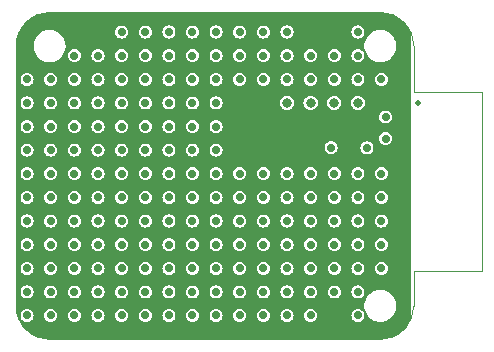
<source format=gbr>
%TF.GenerationSoftware,KiCad,Pcbnew,8.0.0*%
%TF.CreationDate,2024-03-10T12:34:59+00:00*%
%TF.ProjectId,MoveCritic_FBTM_RF,4d6f7665-4372-4697-9469-635f4642544d,rev?*%
%TF.SameCoordinates,PX7ee4219PY616af6f*%
%TF.FileFunction,Copper,L4,Bot*%
%TF.FilePolarity,Positive*%
%FSLAX46Y46*%
G04 Gerber Fmt 4.6, Leading zero omitted, Abs format (unit mm)*
G04 Created by KiCad (PCBNEW 8.0.0) date 2024-03-10 12:34:59*
%MOMM*%
%LPD*%
G01*
G04 APERTURE LIST*
%TA.AperFunction,ViaPad*%
%ADD10C,0.700000*%
%TD*%
%TA.AperFunction,ViaPad*%
%ADD11C,0.800000*%
%TD*%
%TA.AperFunction,ViaPad*%
%ADD12C,0.500000*%
%TD*%
%TA.AperFunction,Profile*%
%ADD13C,0.100000*%
%TD*%
G04 APERTURE END LIST*
D10*
%TO.N,GND*%
X13000000Y12000000D03*
X29000000Y26000000D03*
X15000000Y24000000D03*
X3000000Y18000000D03*
X17000000Y10000000D03*
X11000000Y26000000D03*
X27000000Y14000000D03*
X29000000Y6000000D03*
X11000000Y24000000D03*
X17000000Y14000000D03*
X1000000Y14000000D03*
X15000000Y8000000D03*
X25000000Y14000000D03*
X1000000Y4000000D03*
X11000000Y4000000D03*
X13000000Y16000000D03*
X19000000Y12000000D03*
X1000000Y22000000D03*
X17000000Y2000000D03*
X9000000Y8000000D03*
X19000000Y14000000D03*
X27000000Y4000000D03*
X7000000Y16000000D03*
X23000000Y2000000D03*
X25000000Y2000000D03*
X19000000Y10000000D03*
D11*
X29000000Y20000000D03*
D10*
X15000000Y10000000D03*
X5000000Y6000000D03*
X11000000Y6000000D03*
X15000000Y18000000D03*
X9000000Y18000000D03*
X15000000Y16000000D03*
X17000000Y24000000D03*
X3000000Y20000000D03*
X11000000Y20000000D03*
X23000000Y6000000D03*
X13000000Y26000000D03*
X13000000Y22000000D03*
X17000000Y26000000D03*
X21000000Y2000000D03*
X5000000Y4000000D03*
X25000000Y8000000D03*
X3000000Y12000000D03*
X7000000Y20000000D03*
X25000000Y24000000D03*
X5000000Y22000000D03*
X25000000Y4000000D03*
X3000000Y10000000D03*
X23000000Y14000000D03*
X11000000Y14000000D03*
X27000000Y24000000D03*
X31000000Y22000000D03*
X9000000Y16000000D03*
X3000000Y4000000D03*
X27000000Y6000000D03*
X7000000Y22000000D03*
X21000000Y4000000D03*
X21000000Y14000000D03*
X13000000Y10000000D03*
X9000000Y24000000D03*
X29000000Y10000000D03*
X9000000Y12000000D03*
X25000000Y22000000D03*
X11000000Y16000000D03*
X7000000Y2000000D03*
X9000000Y2000000D03*
X19000000Y8000000D03*
X15000000Y14000000D03*
X21000000Y26000000D03*
X5000000Y20000000D03*
X9000000Y6000000D03*
X3000000Y6000000D03*
X23000000Y8000000D03*
X23000000Y26000000D03*
X13000000Y20000000D03*
X9000000Y14000000D03*
X17000000Y12000000D03*
X7000000Y24000000D03*
X1000000Y10000000D03*
X29000000Y4000000D03*
X5000000Y16000000D03*
X1000000Y2000000D03*
X1000000Y18000000D03*
X19000000Y22000000D03*
X27000000Y8000000D03*
X17000000Y22000000D03*
X31350001Y18819998D03*
X17000000Y20000000D03*
X11000000Y2000000D03*
X11000000Y12000000D03*
X5000000Y10000000D03*
X21000000Y8000000D03*
X17000000Y6000000D03*
X5000000Y8000000D03*
X1000000Y20000000D03*
D11*
X25000000Y20000000D03*
D10*
X17000000Y18000000D03*
X7000000Y14000000D03*
X27000000Y22000000D03*
X7000000Y18000000D03*
X13000000Y2000000D03*
X5000000Y18000000D03*
X3000000Y2000000D03*
X11000000Y8000000D03*
X7000000Y4000000D03*
X21000000Y22000000D03*
X25000000Y12000000D03*
X27000000Y12000000D03*
X29000000Y22000000D03*
X1000000Y16000000D03*
X7000000Y6000000D03*
X13000000Y14000000D03*
D11*
X23000000Y20000000D03*
D10*
X27000000Y10000000D03*
X1000000Y8000000D03*
X17000000Y4000000D03*
X13000000Y8000000D03*
X29000000Y12000000D03*
X19000000Y4000000D03*
X17000000Y16000000D03*
X9000000Y22000000D03*
X13000000Y18000000D03*
X23000000Y12000000D03*
X31000000Y8000000D03*
X11000000Y18000000D03*
X23000000Y10000000D03*
X15000000Y12000000D03*
X15000000Y26000000D03*
X5000000Y14000000D03*
X13000000Y6000000D03*
X13000000Y4000000D03*
X15000000Y22000000D03*
X25000000Y10000000D03*
X13000000Y24000000D03*
X3000000Y14000000D03*
X1000000Y12000000D03*
X19000000Y6000000D03*
X3000000Y8000000D03*
X26740000Y16219998D03*
X9000000Y20000000D03*
X23000000Y24000000D03*
X29770001Y16189999D03*
X11000000Y10000000D03*
X31350000Y16970000D03*
X15000000Y4000000D03*
X21000000Y12000000D03*
X19000000Y24000000D03*
X21000000Y10000000D03*
X5000000Y2000000D03*
X29000000Y8000000D03*
X7000000Y12000000D03*
X9000000Y10000000D03*
X5000000Y12000000D03*
X23000000Y4000000D03*
X21000000Y24000000D03*
X3000000Y22000000D03*
X31000000Y14000000D03*
X29000000Y14000000D03*
X31000000Y12000000D03*
X9000000Y4000000D03*
X25000000Y6000000D03*
X3000000Y16000000D03*
X29000000Y2000000D03*
X19000000Y26000000D03*
X17000000Y8000000D03*
X23000000Y22000000D03*
X15000000Y2000000D03*
X9000000Y26000000D03*
X31000000Y6000000D03*
D11*
X27000000Y20000000D03*
D10*
X15000000Y6000000D03*
X19000000Y2000000D03*
X31000000Y10000000D03*
X15000000Y20000000D03*
X29000000Y24000000D03*
X1000000Y6000000D03*
X21000000Y6000000D03*
X11000000Y22000000D03*
X7000000Y10000000D03*
X5000000Y24000000D03*
D12*
X34070001Y19979999D03*
D10*
X7000000Y8000000D03*
%TD*%
%TA.AperFunction,NonConductor*%
G36*
X30900530Y27669991D02*
G01*
X31016112Y27668247D01*
X31065546Y27667500D01*
X31068329Y27667458D01*
X31076133Y27666926D01*
X31409760Y27626416D01*
X31418525Y27624811D01*
X31744319Y27544510D01*
X31752842Y27541854D01*
X32012178Y27443500D01*
X32066556Y27422877D01*
X32074704Y27419210D01*
X32350162Y27274639D01*
X32371625Y27263374D01*
X32371797Y27263284D01*
X32379438Y27258665D01*
X32587460Y27115079D01*
X32655572Y27068064D01*
X32662606Y27062553D01*
X32913662Y26840136D01*
X32913744Y26840064D01*
X32920063Y26833745D01*
X33142552Y26582606D01*
X33148063Y26575572D01*
X33338661Y26299444D01*
X33343284Y26291797D01*
X33499210Y25994705D01*
X33502877Y25986557D01*
X33525191Y25927720D01*
X33530000Y25901481D01*
X33530000Y1738511D01*
X33525191Y1712271D01*
X33502882Y1653446D01*
X33499215Y1645296D01*
X33343286Y1348200D01*
X33338663Y1340553D01*
X33148066Y1064426D01*
X33142555Y1057392D01*
X32920066Y806253D01*
X32913747Y799934D01*
X32662608Y577444D01*
X32655574Y571933D01*
X32379447Y381336D01*
X32371800Y376713D01*
X32074706Y220786D01*
X32066557Y217119D01*
X31752848Y98145D01*
X31744317Y95486D01*
X31418539Y15188D01*
X31409749Y13578D01*
X31076132Y-26930D01*
X31068329Y-27462D01*
X30902345Y-29966D01*
X30900663Y-29992D01*
X30899548Y-30000D01*
X2900521Y-30000D01*
X2899449Y-29992D01*
X2731695Y-27561D01*
X2723847Y-27029D01*
X2390234Y13479D01*
X2381447Y15089D01*
X2218548Y55240D01*
X2055653Y95390D01*
X2047122Y98049D01*
X1733402Y217027D01*
X1725254Y220694D01*
X1428149Y376626D01*
X1420501Y381249D01*
X1144364Y571853D01*
X1137330Y577364D01*
X886181Y799862D01*
X879862Y806181D01*
X657365Y1057329D01*
X651854Y1064363D01*
X603071Y1135036D01*
X461244Y1340507D01*
X456626Y1348148D01*
X300694Y1645253D01*
X297027Y1653401D01*
X277971Y1703646D01*
X178046Y1967127D01*
X175389Y1975654D01*
X169388Y2000000D01*
X444750Y2000000D01*
X463669Y1856292D01*
X512455Y1738511D01*
X519139Y1722375D01*
X607379Y1607379D01*
X722375Y1519139D01*
X856291Y1463670D01*
X1000000Y1444750D01*
X1143709Y1463670D01*
X1277625Y1519139D01*
X1392621Y1607379D01*
X1480861Y1722375D01*
X1536330Y1856291D01*
X1555250Y2000000D01*
X2444750Y2000000D01*
X2463669Y1856292D01*
X2512455Y1738511D01*
X2519139Y1722375D01*
X2607379Y1607379D01*
X2722375Y1519139D01*
X2856291Y1463670D01*
X3000000Y1444750D01*
X3143709Y1463670D01*
X3277625Y1519139D01*
X3392621Y1607379D01*
X3480861Y1722375D01*
X3536330Y1856291D01*
X3555250Y2000000D01*
X4444750Y2000000D01*
X4463669Y1856292D01*
X4512455Y1738511D01*
X4519139Y1722375D01*
X4607379Y1607379D01*
X4722375Y1519139D01*
X4856291Y1463670D01*
X5000000Y1444750D01*
X5143709Y1463670D01*
X5277625Y1519139D01*
X5392621Y1607379D01*
X5480861Y1722375D01*
X5536330Y1856291D01*
X5555250Y2000000D01*
X6444750Y2000000D01*
X6463669Y1856292D01*
X6512455Y1738511D01*
X6519139Y1722375D01*
X6607379Y1607379D01*
X6722375Y1519139D01*
X6856291Y1463670D01*
X7000000Y1444750D01*
X7143709Y1463670D01*
X7277625Y1519139D01*
X7392621Y1607379D01*
X7480861Y1722375D01*
X7536330Y1856291D01*
X7555250Y2000000D01*
X8444750Y2000000D01*
X8463669Y1856292D01*
X8512455Y1738511D01*
X8519139Y1722375D01*
X8607379Y1607379D01*
X8722375Y1519139D01*
X8856291Y1463670D01*
X9000000Y1444750D01*
X9143709Y1463670D01*
X9277625Y1519139D01*
X9392621Y1607379D01*
X9480861Y1722375D01*
X9536330Y1856291D01*
X9555250Y2000000D01*
X10444750Y2000000D01*
X10463669Y1856292D01*
X10512455Y1738511D01*
X10519139Y1722375D01*
X10607379Y1607379D01*
X10722375Y1519139D01*
X10856291Y1463670D01*
X11000000Y1444750D01*
X11143709Y1463670D01*
X11277625Y1519139D01*
X11392621Y1607379D01*
X11480861Y1722375D01*
X11536330Y1856291D01*
X11555250Y2000000D01*
X12444750Y2000000D01*
X12463669Y1856292D01*
X12512455Y1738511D01*
X12519139Y1722375D01*
X12607379Y1607379D01*
X12722375Y1519139D01*
X12856291Y1463670D01*
X13000000Y1444750D01*
X13143709Y1463670D01*
X13277625Y1519139D01*
X13392621Y1607379D01*
X13480861Y1722375D01*
X13536330Y1856291D01*
X13555250Y2000000D01*
X14444750Y2000000D01*
X14463669Y1856292D01*
X14512455Y1738511D01*
X14519139Y1722375D01*
X14607379Y1607379D01*
X14722375Y1519139D01*
X14856291Y1463670D01*
X15000000Y1444750D01*
X15143709Y1463670D01*
X15277625Y1519139D01*
X15392621Y1607379D01*
X15480861Y1722375D01*
X15536330Y1856291D01*
X15555250Y2000000D01*
X16444750Y2000000D01*
X16463669Y1856292D01*
X16512455Y1738511D01*
X16519139Y1722375D01*
X16607379Y1607379D01*
X16722375Y1519139D01*
X16856291Y1463670D01*
X17000000Y1444750D01*
X17143709Y1463670D01*
X17277625Y1519139D01*
X17392621Y1607379D01*
X17480861Y1722375D01*
X17536330Y1856291D01*
X17555250Y2000000D01*
X18444750Y2000000D01*
X18463669Y1856292D01*
X18512455Y1738511D01*
X18519139Y1722375D01*
X18607379Y1607379D01*
X18722375Y1519139D01*
X18856291Y1463670D01*
X19000000Y1444750D01*
X19143709Y1463670D01*
X19277625Y1519139D01*
X19392621Y1607379D01*
X19480861Y1722375D01*
X19536330Y1856291D01*
X19555250Y2000000D01*
X20444750Y2000000D01*
X20463669Y1856292D01*
X20512455Y1738511D01*
X20519139Y1722375D01*
X20607379Y1607379D01*
X20722375Y1519139D01*
X20856291Y1463670D01*
X21000000Y1444750D01*
X21143709Y1463670D01*
X21277625Y1519139D01*
X21392621Y1607379D01*
X21480861Y1722375D01*
X21536330Y1856291D01*
X21555250Y2000000D01*
X22444750Y2000000D01*
X22463669Y1856292D01*
X22512455Y1738511D01*
X22519139Y1722375D01*
X22607379Y1607379D01*
X22722375Y1519139D01*
X22856291Y1463670D01*
X23000000Y1444750D01*
X23143709Y1463670D01*
X23277625Y1519139D01*
X23392621Y1607379D01*
X23480861Y1722375D01*
X23536330Y1856291D01*
X23555250Y2000000D01*
X24444750Y2000000D01*
X24463669Y1856292D01*
X24512455Y1738511D01*
X24519139Y1722375D01*
X24607379Y1607379D01*
X24722375Y1519139D01*
X24856291Y1463670D01*
X25000000Y1444750D01*
X25143709Y1463670D01*
X25277625Y1519139D01*
X25392621Y1607379D01*
X25480861Y1722375D01*
X25536330Y1856291D01*
X25555250Y2000000D01*
X28444750Y2000000D01*
X28463669Y1856292D01*
X28512455Y1738511D01*
X28519139Y1722375D01*
X28607379Y1607379D01*
X28722375Y1519139D01*
X28856291Y1463670D01*
X29000000Y1444750D01*
X29143709Y1463670D01*
X29277625Y1519139D01*
X29392621Y1607379D01*
X29480861Y1722375D01*
X29536330Y1856291D01*
X29555250Y2000000D01*
X29536330Y2143709D01*
X29480861Y2277625D01*
X29392621Y2392621D01*
X29277625Y2480861D01*
X29277623Y2480862D01*
X29143708Y2536331D01*
X29000000Y2555250D01*
X28856291Y2536331D01*
X28722376Y2480862D01*
X28607379Y2392621D01*
X28519138Y2277624D01*
X28463669Y2143709D01*
X28444750Y2000000D01*
X25555250Y2000000D01*
X25536330Y2143709D01*
X25480861Y2277625D01*
X25392621Y2392621D01*
X25277625Y2480861D01*
X25277623Y2480862D01*
X25143708Y2536331D01*
X25000000Y2555250D01*
X24856291Y2536331D01*
X24722376Y2480862D01*
X24607379Y2392621D01*
X24519138Y2277624D01*
X24463669Y2143709D01*
X24444750Y2000000D01*
X23555250Y2000000D01*
X23536330Y2143709D01*
X23480861Y2277625D01*
X23392621Y2392621D01*
X23277625Y2480861D01*
X23277623Y2480862D01*
X23143708Y2536331D01*
X23000000Y2555250D01*
X22856291Y2536331D01*
X22722376Y2480862D01*
X22607379Y2392621D01*
X22519138Y2277624D01*
X22463669Y2143709D01*
X22444750Y2000000D01*
X21555250Y2000000D01*
X21536330Y2143709D01*
X21480861Y2277625D01*
X21392621Y2392621D01*
X21277625Y2480861D01*
X21277623Y2480862D01*
X21143708Y2536331D01*
X21000000Y2555250D01*
X20856291Y2536331D01*
X20722376Y2480862D01*
X20607379Y2392621D01*
X20519138Y2277624D01*
X20463669Y2143709D01*
X20444750Y2000000D01*
X19555250Y2000000D01*
X19536330Y2143709D01*
X19480861Y2277625D01*
X19392621Y2392621D01*
X19277625Y2480861D01*
X19277623Y2480862D01*
X19143708Y2536331D01*
X19000000Y2555250D01*
X18856291Y2536331D01*
X18722376Y2480862D01*
X18607379Y2392621D01*
X18519138Y2277624D01*
X18463669Y2143709D01*
X18444750Y2000000D01*
X17555250Y2000000D01*
X17536330Y2143709D01*
X17480861Y2277625D01*
X17392621Y2392621D01*
X17277625Y2480861D01*
X17277623Y2480862D01*
X17143708Y2536331D01*
X17000000Y2555250D01*
X16856291Y2536331D01*
X16722376Y2480862D01*
X16607379Y2392621D01*
X16519138Y2277624D01*
X16463669Y2143709D01*
X16444750Y2000000D01*
X15555250Y2000000D01*
X15536330Y2143709D01*
X15480861Y2277625D01*
X15392621Y2392621D01*
X15277625Y2480861D01*
X15277623Y2480862D01*
X15143708Y2536331D01*
X15000000Y2555250D01*
X14856291Y2536331D01*
X14722376Y2480862D01*
X14607379Y2392621D01*
X14519138Y2277624D01*
X14463669Y2143709D01*
X14444750Y2000000D01*
X13555250Y2000000D01*
X13536330Y2143709D01*
X13480861Y2277625D01*
X13392621Y2392621D01*
X13277625Y2480861D01*
X13277623Y2480862D01*
X13143708Y2536331D01*
X13000000Y2555250D01*
X12856291Y2536331D01*
X12722376Y2480862D01*
X12607379Y2392621D01*
X12519138Y2277624D01*
X12463669Y2143709D01*
X12444750Y2000000D01*
X11555250Y2000000D01*
X11536330Y2143709D01*
X11480861Y2277625D01*
X11392621Y2392621D01*
X11277625Y2480861D01*
X11277623Y2480862D01*
X11143708Y2536331D01*
X11000000Y2555250D01*
X10856291Y2536331D01*
X10722376Y2480862D01*
X10607379Y2392621D01*
X10519138Y2277624D01*
X10463669Y2143709D01*
X10444750Y2000000D01*
X9555250Y2000000D01*
X9536330Y2143709D01*
X9480861Y2277625D01*
X9392621Y2392621D01*
X9277625Y2480861D01*
X9277623Y2480862D01*
X9143708Y2536331D01*
X9000000Y2555250D01*
X8856291Y2536331D01*
X8722376Y2480862D01*
X8607379Y2392621D01*
X8519138Y2277624D01*
X8463669Y2143709D01*
X8444750Y2000000D01*
X7555250Y2000000D01*
X7536330Y2143709D01*
X7480861Y2277625D01*
X7392621Y2392621D01*
X7277625Y2480861D01*
X7277623Y2480862D01*
X7143708Y2536331D01*
X7000000Y2555250D01*
X6856291Y2536331D01*
X6722376Y2480862D01*
X6607379Y2392621D01*
X6519138Y2277624D01*
X6463669Y2143709D01*
X6444750Y2000000D01*
X5555250Y2000000D01*
X5536330Y2143709D01*
X5480861Y2277625D01*
X5392621Y2392621D01*
X5277625Y2480861D01*
X5277623Y2480862D01*
X5143708Y2536331D01*
X5000000Y2555250D01*
X4856291Y2536331D01*
X4722376Y2480862D01*
X4607379Y2392621D01*
X4519138Y2277624D01*
X4463669Y2143709D01*
X4444750Y2000000D01*
X3555250Y2000000D01*
X3536330Y2143709D01*
X3480861Y2277625D01*
X3392621Y2392621D01*
X3277625Y2480861D01*
X3277623Y2480862D01*
X3143708Y2536331D01*
X3000000Y2555250D01*
X2856291Y2536331D01*
X2722376Y2480862D01*
X2607379Y2392621D01*
X2519138Y2277624D01*
X2463669Y2143709D01*
X2444750Y2000000D01*
X1555250Y2000000D01*
X1536330Y2143709D01*
X1480861Y2277625D01*
X1392621Y2392621D01*
X1277625Y2480861D01*
X1277623Y2480862D01*
X1143708Y2536331D01*
X1000000Y2555250D01*
X856291Y2536331D01*
X722376Y2480862D01*
X607379Y2392621D01*
X519138Y2277624D01*
X463669Y2143709D01*
X444750Y2000000D01*
X169388Y2000000D01*
X95086Y2301456D01*
X93481Y2310221D01*
X52969Y2643863D01*
X52440Y2651677D01*
X51541Y2713711D01*
X29549501Y2713711D01*
X29582754Y2503759D01*
X29582757Y2503746D01*
X29648441Y2301593D01*
X29744949Y2112183D01*
X29821476Y2006853D01*
X29869897Y1940207D01*
X30020209Y1789895D01*
X30090934Y1738511D01*
X30192184Y1664948D01*
X30283475Y1618434D01*
X30381589Y1568442D01*
X30381591Y1568442D01*
X30381594Y1568440D01*
X30583747Y1502756D01*
X30583753Y1502755D01*
X30583758Y1502753D01*
X30688736Y1486126D01*
X30793712Y1469499D01*
X30793714Y1469499D01*
X31006290Y1469499D01*
X31090270Y1482801D01*
X31216244Y1502753D01*
X31216251Y1502756D01*
X31216254Y1502756D01*
X31418407Y1568440D01*
X31418407Y1568441D01*
X31418413Y1568442D01*
X31607817Y1664948D01*
X31779793Y1789895D01*
X31930105Y1940207D01*
X32055052Y2112183D01*
X32151558Y2301587D01*
X32217247Y2503756D01*
X32250501Y2713712D01*
X32250501Y2926286D01*
X32217247Y3136242D01*
X32217245Y3136247D01*
X32217244Y3136253D01*
X32151560Y3338406D01*
X32151558Y3338409D01*
X32151558Y3338411D01*
X32097375Y3444751D01*
X32055052Y3527816D01*
X31997245Y3607380D01*
X31930105Y3699791D01*
X31779793Y3850103D01*
X31713147Y3898524D01*
X31607817Y3975051D01*
X31418407Y4071559D01*
X31216254Y4137243D01*
X31216241Y4137246D01*
X31006290Y4170499D01*
X31006288Y4170499D01*
X30793714Y4170499D01*
X30793712Y4170499D01*
X30583760Y4137246D01*
X30583747Y4137243D01*
X30381594Y4071559D01*
X30192184Y3975051D01*
X30028727Y3856292D01*
X30020209Y3850103D01*
X29869897Y3699791D01*
X29869894Y3699788D01*
X29869894Y3699787D01*
X29744949Y3527816D01*
X29648441Y3338406D01*
X29582757Y3136253D01*
X29582754Y3136240D01*
X29549501Y2926288D01*
X29549501Y2713711D01*
X51541Y2713711D01*
X50009Y2819447D01*
X50001Y2820519D01*
X50001Y4000000D01*
X444750Y4000000D01*
X463669Y3856292D01*
X466233Y3850103D01*
X519139Y3722375D01*
X607379Y3607379D01*
X722375Y3519139D01*
X856291Y3463670D01*
X1000000Y3444750D01*
X1143709Y3463670D01*
X1277625Y3519139D01*
X1392621Y3607379D01*
X1480861Y3722375D01*
X1536330Y3856291D01*
X1555250Y4000000D01*
X2444750Y4000000D01*
X2463669Y3856292D01*
X2466233Y3850103D01*
X2519139Y3722375D01*
X2607379Y3607379D01*
X2722375Y3519139D01*
X2856291Y3463670D01*
X3000000Y3444750D01*
X3143709Y3463670D01*
X3277625Y3519139D01*
X3392621Y3607379D01*
X3480861Y3722375D01*
X3536330Y3856291D01*
X3555250Y4000000D01*
X4444750Y4000000D01*
X4463669Y3856292D01*
X4466233Y3850103D01*
X4519139Y3722375D01*
X4607379Y3607379D01*
X4722375Y3519139D01*
X4856291Y3463670D01*
X5000000Y3444750D01*
X5143709Y3463670D01*
X5277625Y3519139D01*
X5392621Y3607379D01*
X5480861Y3722375D01*
X5536330Y3856291D01*
X5555250Y4000000D01*
X6444750Y4000000D01*
X6463669Y3856292D01*
X6466233Y3850103D01*
X6519139Y3722375D01*
X6607379Y3607379D01*
X6722375Y3519139D01*
X6856291Y3463670D01*
X7000000Y3444750D01*
X7143709Y3463670D01*
X7277625Y3519139D01*
X7392621Y3607379D01*
X7480861Y3722375D01*
X7536330Y3856291D01*
X7555250Y4000000D01*
X8444750Y4000000D01*
X8463669Y3856292D01*
X8466233Y3850103D01*
X8519139Y3722375D01*
X8607379Y3607379D01*
X8722375Y3519139D01*
X8856291Y3463670D01*
X9000000Y3444750D01*
X9143709Y3463670D01*
X9277625Y3519139D01*
X9392621Y3607379D01*
X9480861Y3722375D01*
X9536330Y3856291D01*
X9555250Y4000000D01*
X10444750Y4000000D01*
X10463669Y3856292D01*
X10466233Y3850103D01*
X10519139Y3722375D01*
X10607379Y3607379D01*
X10722375Y3519139D01*
X10856291Y3463670D01*
X11000000Y3444750D01*
X11143709Y3463670D01*
X11277625Y3519139D01*
X11392621Y3607379D01*
X11480861Y3722375D01*
X11536330Y3856291D01*
X11555250Y4000000D01*
X12444750Y4000000D01*
X12463669Y3856292D01*
X12466233Y3850103D01*
X12519139Y3722375D01*
X12607379Y3607379D01*
X12722375Y3519139D01*
X12856291Y3463670D01*
X13000000Y3444750D01*
X13143709Y3463670D01*
X13277625Y3519139D01*
X13392621Y3607379D01*
X13480861Y3722375D01*
X13536330Y3856291D01*
X13555250Y4000000D01*
X14444750Y4000000D01*
X14463669Y3856292D01*
X14466233Y3850103D01*
X14519139Y3722375D01*
X14607379Y3607379D01*
X14722375Y3519139D01*
X14856291Y3463670D01*
X15000000Y3444750D01*
X15143709Y3463670D01*
X15277625Y3519139D01*
X15392621Y3607379D01*
X15480861Y3722375D01*
X15536330Y3856291D01*
X15555250Y4000000D01*
X16444750Y4000000D01*
X16463669Y3856292D01*
X16466233Y3850103D01*
X16519139Y3722375D01*
X16607379Y3607379D01*
X16722375Y3519139D01*
X16856291Y3463670D01*
X17000000Y3444750D01*
X17143709Y3463670D01*
X17277625Y3519139D01*
X17392621Y3607379D01*
X17480861Y3722375D01*
X17536330Y3856291D01*
X17555250Y4000000D01*
X18444750Y4000000D01*
X18463669Y3856292D01*
X18466233Y3850103D01*
X18519139Y3722375D01*
X18607379Y3607379D01*
X18722375Y3519139D01*
X18856291Y3463670D01*
X19000000Y3444750D01*
X19143709Y3463670D01*
X19277625Y3519139D01*
X19392621Y3607379D01*
X19480861Y3722375D01*
X19536330Y3856291D01*
X19555250Y4000000D01*
X20444750Y4000000D01*
X20463669Y3856292D01*
X20466233Y3850103D01*
X20519139Y3722375D01*
X20607379Y3607379D01*
X20722375Y3519139D01*
X20856291Y3463670D01*
X21000000Y3444750D01*
X21143709Y3463670D01*
X21277625Y3519139D01*
X21392621Y3607379D01*
X21480861Y3722375D01*
X21536330Y3856291D01*
X21555250Y4000000D01*
X22444750Y4000000D01*
X22463669Y3856292D01*
X22466233Y3850103D01*
X22519139Y3722375D01*
X22607379Y3607379D01*
X22722375Y3519139D01*
X22856291Y3463670D01*
X23000000Y3444750D01*
X23143709Y3463670D01*
X23277625Y3519139D01*
X23392621Y3607379D01*
X23480861Y3722375D01*
X23536330Y3856291D01*
X23555250Y4000000D01*
X24444750Y4000000D01*
X24463669Y3856292D01*
X24466233Y3850103D01*
X24519139Y3722375D01*
X24607379Y3607379D01*
X24722375Y3519139D01*
X24856291Y3463670D01*
X25000000Y3444750D01*
X25143709Y3463670D01*
X25277625Y3519139D01*
X25392621Y3607379D01*
X25480861Y3722375D01*
X25536330Y3856291D01*
X25555250Y4000000D01*
X26444750Y4000000D01*
X26463669Y3856292D01*
X26466233Y3850103D01*
X26519139Y3722375D01*
X26607379Y3607379D01*
X26722375Y3519139D01*
X26856291Y3463670D01*
X27000000Y3444750D01*
X27143709Y3463670D01*
X27277625Y3519139D01*
X27392621Y3607379D01*
X27480861Y3722375D01*
X27536330Y3856291D01*
X27555250Y4000000D01*
X28444750Y4000000D01*
X28463669Y3856292D01*
X28466233Y3850103D01*
X28519139Y3722375D01*
X28607379Y3607379D01*
X28722375Y3519139D01*
X28856291Y3463670D01*
X29000000Y3444750D01*
X29143709Y3463670D01*
X29277625Y3519139D01*
X29392621Y3607379D01*
X29480861Y3722375D01*
X29536330Y3856291D01*
X29555250Y4000000D01*
X29536330Y4143709D01*
X29480861Y4277625D01*
X29392621Y4392621D01*
X29277625Y4480861D01*
X29277623Y4480862D01*
X29143708Y4536331D01*
X29000000Y4555250D01*
X28856291Y4536331D01*
X28722376Y4480862D01*
X28607379Y4392621D01*
X28519138Y4277624D01*
X28463669Y4143709D01*
X28444750Y4000000D01*
X27555250Y4000000D01*
X27536330Y4143709D01*
X27480861Y4277625D01*
X27392621Y4392621D01*
X27277625Y4480861D01*
X27277623Y4480862D01*
X27143708Y4536331D01*
X27000000Y4555250D01*
X26856291Y4536331D01*
X26722376Y4480862D01*
X26607379Y4392621D01*
X26519138Y4277624D01*
X26463669Y4143709D01*
X26444750Y4000000D01*
X25555250Y4000000D01*
X25536330Y4143709D01*
X25480861Y4277625D01*
X25392621Y4392621D01*
X25277625Y4480861D01*
X25277623Y4480862D01*
X25143708Y4536331D01*
X25000000Y4555250D01*
X24856291Y4536331D01*
X24722376Y4480862D01*
X24607379Y4392621D01*
X24519138Y4277624D01*
X24463669Y4143709D01*
X24444750Y4000000D01*
X23555250Y4000000D01*
X23536330Y4143709D01*
X23480861Y4277625D01*
X23392621Y4392621D01*
X23277625Y4480861D01*
X23277623Y4480862D01*
X23143708Y4536331D01*
X23000000Y4555250D01*
X22856291Y4536331D01*
X22722376Y4480862D01*
X22607379Y4392621D01*
X22519138Y4277624D01*
X22463669Y4143709D01*
X22444750Y4000000D01*
X21555250Y4000000D01*
X21536330Y4143709D01*
X21480861Y4277625D01*
X21392621Y4392621D01*
X21277625Y4480861D01*
X21277623Y4480862D01*
X21143708Y4536331D01*
X21000000Y4555250D01*
X20856291Y4536331D01*
X20722376Y4480862D01*
X20607379Y4392621D01*
X20519138Y4277624D01*
X20463669Y4143709D01*
X20444750Y4000000D01*
X19555250Y4000000D01*
X19536330Y4143709D01*
X19480861Y4277625D01*
X19392621Y4392621D01*
X19277625Y4480861D01*
X19277623Y4480862D01*
X19143708Y4536331D01*
X19000000Y4555250D01*
X18856291Y4536331D01*
X18722376Y4480862D01*
X18607379Y4392621D01*
X18519138Y4277624D01*
X18463669Y4143709D01*
X18444750Y4000000D01*
X17555250Y4000000D01*
X17536330Y4143709D01*
X17480861Y4277625D01*
X17392621Y4392621D01*
X17277625Y4480861D01*
X17277623Y4480862D01*
X17143708Y4536331D01*
X17000000Y4555250D01*
X16856291Y4536331D01*
X16722376Y4480862D01*
X16607379Y4392621D01*
X16519138Y4277624D01*
X16463669Y4143709D01*
X16444750Y4000000D01*
X15555250Y4000000D01*
X15536330Y4143709D01*
X15480861Y4277625D01*
X15392621Y4392621D01*
X15277625Y4480861D01*
X15277623Y4480862D01*
X15143708Y4536331D01*
X15000000Y4555250D01*
X14856291Y4536331D01*
X14722376Y4480862D01*
X14607379Y4392621D01*
X14519138Y4277624D01*
X14463669Y4143709D01*
X14444750Y4000000D01*
X13555250Y4000000D01*
X13536330Y4143709D01*
X13480861Y4277625D01*
X13392621Y4392621D01*
X13277625Y4480861D01*
X13277623Y4480862D01*
X13143708Y4536331D01*
X13000000Y4555250D01*
X12856291Y4536331D01*
X12722376Y4480862D01*
X12607379Y4392621D01*
X12519138Y4277624D01*
X12463669Y4143709D01*
X12444750Y4000000D01*
X11555250Y4000000D01*
X11536330Y4143709D01*
X11480861Y4277625D01*
X11392621Y4392621D01*
X11277625Y4480861D01*
X11277623Y4480862D01*
X11143708Y4536331D01*
X11000000Y4555250D01*
X10856291Y4536331D01*
X10722376Y4480862D01*
X10607379Y4392621D01*
X10519138Y4277624D01*
X10463669Y4143709D01*
X10444750Y4000000D01*
X9555250Y4000000D01*
X9536330Y4143709D01*
X9480861Y4277625D01*
X9392621Y4392621D01*
X9277625Y4480861D01*
X9277623Y4480862D01*
X9143708Y4536331D01*
X9000000Y4555250D01*
X8856291Y4536331D01*
X8722376Y4480862D01*
X8607379Y4392621D01*
X8519138Y4277624D01*
X8463669Y4143709D01*
X8444750Y4000000D01*
X7555250Y4000000D01*
X7536330Y4143709D01*
X7480861Y4277625D01*
X7392621Y4392621D01*
X7277625Y4480861D01*
X7277623Y4480862D01*
X7143708Y4536331D01*
X7000000Y4555250D01*
X6856291Y4536331D01*
X6722376Y4480862D01*
X6607379Y4392621D01*
X6519138Y4277624D01*
X6463669Y4143709D01*
X6444750Y4000000D01*
X5555250Y4000000D01*
X5536330Y4143709D01*
X5480861Y4277625D01*
X5392621Y4392621D01*
X5277625Y4480861D01*
X5277623Y4480862D01*
X5143708Y4536331D01*
X5000000Y4555250D01*
X4856291Y4536331D01*
X4722376Y4480862D01*
X4607379Y4392621D01*
X4519138Y4277624D01*
X4463669Y4143709D01*
X4444750Y4000000D01*
X3555250Y4000000D01*
X3536330Y4143709D01*
X3480861Y4277625D01*
X3392621Y4392621D01*
X3277625Y4480861D01*
X3277623Y4480862D01*
X3143708Y4536331D01*
X3000000Y4555250D01*
X2856291Y4536331D01*
X2722376Y4480862D01*
X2607379Y4392621D01*
X2519138Y4277624D01*
X2463669Y4143709D01*
X2444750Y4000000D01*
X1555250Y4000000D01*
X1536330Y4143709D01*
X1480861Y4277625D01*
X1392621Y4392621D01*
X1277625Y4480861D01*
X1277623Y4480862D01*
X1143708Y4536331D01*
X1000000Y4555250D01*
X856291Y4536331D01*
X722376Y4480862D01*
X607379Y4392621D01*
X519138Y4277624D01*
X463669Y4143709D01*
X444750Y4000000D01*
X50001Y4000000D01*
X50001Y6000000D01*
X444750Y6000000D01*
X463669Y5856292D01*
X519138Y5722377D01*
X519139Y5722375D01*
X607379Y5607379D01*
X722375Y5519139D01*
X856291Y5463670D01*
X1000000Y5444750D01*
X1143709Y5463670D01*
X1277625Y5519139D01*
X1392621Y5607379D01*
X1480861Y5722375D01*
X1536330Y5856291D01*
X1555250Y6000000D01*
X2444750Y6000000D01*
X2463669Y5856292D01*
X2519138Y5722377D01*
X2519139Y5722375D01*
X2607379Y5607379D01*
X2722375Y5519139D01*
X2856291Y5463670D01*
X3000000Y5444750D01*
X3143709Y5463670D01*
X3277625Y5519139D01*
X3392621Y5607379D01*
X3480861Y5722375D01*
X3536330Y5856291D01*
X3555250Y6000000D01*
X4444750Y6000000D01*
X4463669Y5856292D01*
X4519138Y5722377D01*
X4519139Y5722375D01*
X4607379Y5607379D01*
X4722375Y5519139D01*
X4856291Y5463670D01*
X5000000Y5444750D01*
X5143709Y5463670D01*
X5277625Y5519139D01*
X5392621Y5607379D01*
X5480861Y5722375D01*
X5536330Y5856291D01*
X5555250Y6000000D01*
X6444750Y6000000D01*
X6463669Y5856292D01*
X6519138Y5722377D01*
X6519139Y5722375D01*
X6607379Y5607379D01*
X6722375Y5519139D01*
X6856291Y5463670D01*
X7000000Y5444750D01*
X7143709Y5463670D01*
X7277625Y5519139D01*
X7392621Y5607379D01*
X7480861Y5722375D01*
X7536330Y5856291D01*
X7555250Y6000000D01*
X8444750Y6000000D01*
X8463669Y5856292D01*
X8519138Y5722377D01*
X8519139Y5722375D01*
X8607379Y5607379D01*
X8722375Y5519139D01*
X8856291Y5463670D01*
X9000000Y5444750D01*
X9143709Y5463670D01*
X9277625Y5519139D01*
X9392621Y5607379D01*
X9480861Y5722375D01*
X9536330Y5856291D01*
X9555250Y6000000D01*
X10444750Y6000000D01*
X10463669Y5856292D01*
X10519138Y5722377D01*
X10519139Y5722375D01*
X10607379Y5607379D01*
X10722375Y5519139D01*
X10856291Y5463670D01*
X11000000Y5444750D01*
X11143709Y5463670D01*
X11277625Y5519139D01*
X11392621Y5607379D01*
X11480861Y5722375D01*
X11536330Y5856291D01*
X11555250Y6000000D01*
X12444750Y6000000D01*
X12463669Y5856292D01*
X12519138Y5722377D01*
X12519139Y5722375D01*
X12607379Y5607379D01*
X12722375Y5519139D01*
X12856291Y5463670D01*
X13000000Y5444750D01*
X13143709Y5463670D01*
X13277625Y5519139D01*
X13392621Y5607379D01*
X13480861Y5722375D01*
X13536330Y5856291D01*
X13555250Y6000000D01*
X14444750Y6000000D01*
X14463669Y5856292D01*
X14519138Y5722377D01*
X14519139Y5722375D01*
X14607379Y5607379D01*
X14722375Y5519139D01*
X14856291Y5463670D01*
X15000000Y5444750D01*
X15143709Y5463670D01*
X15277625Y5519139D01*
X15392621Y5607379D01*
X15480861Y5722375D01*
X15536330Y5856291D01*
X15555250Y6000000D01*
X16444750Y6000000D01*
X16463669Y5856292D01*
X16519138Y5722377D01*
X16519139Y5722375D01*
X16607379Y5607379D01*
X16722375Y5519139D01*
X16856291Y5463670D01*
X17000000Y5444750D01*
X17143709Y5463670D01*
X17277625Y5519139D01*
X17392621Y5607379D01*
X17480861Y5722375D01*
X17536330Y5856291D01*
X17555250Y6000000D01*
X18444750Y6000000D01*
X18463669Y5856292D01*
X18519138Y5722377D01*
X18519139Y5722375D01*
X18607379Y5607379D01*
X18722375Y5519139D01*
X18856291Y5463670D01*
X19000000Y5444750D01*
X19143709Y5463670D01*
X19277625Y5519139D01*
X19392621Y5607379D01*
X19480861Y5722375D01*
X19536330Y5856291D01*
X19555250Y6000000D01*
X20444750Y6000000D01*
X20463669Y5856292D01*
X20519138Y5722377D01*
X20519139Y5722375D01*
X20607379Y5607379D01*
X20722375Y5519139D01*
X20856291Y5463670D01*
X21000000Y5444750D01*
X21143709Y5463670D01*
X21277625Y5519139D01*
X21392621Y5607379D01*
X21480861Y5722375D01*
X21536330Y5856291D01*
X21555250Y6000000D01*
X22444750Y6000000D01*
X22463669Y5856292D01*
X22519138Y5722377D01*
X22519139Y5722375D01*
X22607379Y5607379D01*
X22722375Y5519139D01*
X22856291Y5463670D01*
X23000000Y5444750D01*
X23143709Y5463670D01*
X23277625Y5519139D01*
X23392621Y5607379D01*
X23480861Y5722375D01*
X23536330Y5856291D01*
X23555250Y6000000D01*
X24444750Y6000000D01*
X24463669Y5856292D01*
X24519138Y5722377D01*
X24519139Y5722375D01*
X24607379Y5607379D01*
X24722375Y5519139D01*
X24856291Y5463670D01*
X25000000Y5444750D01*
X25143709Y5463670D01*
X25277625Y5519139D01*
X25392621Y5607379D01*
X25480861Y5722375D01*
X25536330Y5856291D01*
X25555250Y6000000D01*
X26444750Y6000000D01*
X26463669Y5856292D01*
X26519138Y5722377D01*
X26519139Y5722375D01*
X26607379Y5607379D01*
X26722375Y5519139D01*
X26856291Y5463670D01*
X27000000Y5444750D01*
X27143709Y5463670D01*
X27277625Y5519139D01*
X27392621Y5607379D01*
X27480861Y5722375D01*
X27536330Y5856291D01*
X27555250Y6000000D01*
X28444750Y6000000D01*
X28463669Y5856292D01*
X28519138Y5722377D01*
X28519139Y5722375D01*
X28607379Y5607379D01*
X28722375Y5519139D01*
X28856291Y5463670D01*
X29000000Y5444750D01*
X29143709Y5463670D01*
X29277625Y5519139D01*
X29392621Y5607379D01*
X29480861Y5722375D01*
X29536330Y5856291D01*
X29555250Y6000000D01*
X30444750Y6000000D01*
X30463669Y5856292D01*
X30519138Y5722377D01*
X30519139Y5722375D01*
X30607379Y5607379D01*
X30722375Y5519139D01*
X30856291Y5463670D01*
X31000000Y5444750D01*
X31143709Y5463670D01*
X31277625Y5519139D01*
X31392621Y5607379D01*
X31480861Y5722375D01*
X31536330Y5856291D01*
X31555250Y6000000D01*
X31536330Y6143709D01*
X31480861Y6277625D01*
X31392621Y6392621D01*
X31277625Y6480861D01*
X31277623Y6480862D01*
X31143708Y6536331D01*
X31000000Y6555250D01*
X30856291Y6536331D01*
X30722376Y6480862D01*
X30607379Y6392621D01*
X30519138Y6277624D01*
X30463669Y6143709D01*
X30444750Y6000000D01*
X29555250Y6000000D01*
X29536330Y6143709D01*
X29480861Y6277625D01*
X29392621Y6392621D01*
X29277625Y6480861D01*
X29277623Y6480862D01*
X29143708Y6536331D01*
X29000000Y6555250D01*
X28856291Y6536331D01*
X28722376Y6480862D01*
X28607379Y6392621D01*
X28519138Y6277624D01*
X28463669Y6143709D01*
X28444750Y6000000D01*
X27555250Y6000000D01*
X27536330Y6143709D01*
X27480861Y6277625D01*
X27392621Y6392621D01*
X27277625Y6480861D01*
X27277623Y6480862D01*
X27143708Y6536331D01*
X27000000Y6555250D01*
X26856291Y6536331D01*
X26722376Y6480862D01*
X26607379Y6392621D01*
X26519138Y6277624D01*
X26463669Y6143709D01*
X26444750Y6000000D01*
X25555250Y6000000D01*
X25536330Y6143709D01*
X25480861Y6277625D01*
X25392621Y6392621D01*
X25277625Y6480861D01*
X25277623Y6480862D01*
X25143708Y6536331D01*
X25000000Y6555250D01*
X24856291Y6536331D01*
X24722376Y6480862D01*
X24607379Y6392621D01*
X24519138Y6277624D01*
X24463669Y6143709D01*
X24444750Y6000000D01*
X23555250Y6000000D01*
X23536330Y6143709D01*
X23480861Y6277625D01*
X23392621Y6392621D01*
X23277625Y6480861D01*
X23277623Y6480862D01*
X23143708Y6536331D01*
X23000000Y6555250D01*
X22856291Y6536331D01*
X22722376Y6480862D01*
X22607379Y6392621D01*
X22519138Y6277624D01*
X22463669Y6143709D01*
X22444750Y6000000D01*
X21555250Y6000000D01*
X21536330Y6143709D01*
X21480861Y6277625D01*
X21392621Y6392621D01*
X21277625Y6480861D01*
X21277623Y6480862D01*
X21143708Y6536331D01*
X21000000Y6555250D01*
X20856291Y6536331D01*
X20722376Y6480862D01*
X20607379Y6392621D01*
X20519138Y6277624D01*
X20463669Y6143709D01*
X20444750Y6000000D01*
X19555250Y6000000D01*
X19536330Y6143709D01*
X19480861Y6277625D01*
X19392621Y6392621D01*
X19277625Y6480861D01*
X19277623Y6480862D01*
X19143708Y6536331D01*
X19000000Y6555250D01*
X18856291Y6536331D01*
X18722376Y6480862D01*
X18607379Y6392621D01*
X18519138Y6277624D01*
X18463669Y6143709D01*
X18444750Y6000000D01*
X17555250Y6000000D01*
X17536330Y6143709D01*
X17480861Y6277625D01*
X17392621Y6392621D01*
X17277625Y6480861D01*
X17277623Y6480862D01*
X17143708Y6536331D01*
X17000000Y6555250D01*
X16856291Y6536331D01*
X16722376Y6480862D01*
X16607379Y6392621D01*
X16519138Y6277624D01*
X16463669Y6143709D01*
X16444750Y6000000D01*
X15555250Y6000000D01*
X15536330Y6143709D01*
X15480861Y6277625D01*
X15392621Y6392621D01*
X15277625Y6480861D01*
X15277623Y6480862D01*
X15143708Y6536331D01*
X15000000Y6555250D01*
X14856291Y6536331D01*
X14722376Y6480862D01*
X14607379Y6392621D01*
X14519138Y6277624D01*
X14463669Y6143709D01*
X14444750Y6000000D01*
X13555250Y6000000D01*
X13536330Y6143709D01*
X13480861Y6277625D01*
X13392621Y6392621D01*
X13277625Y6480861D01*
X13277623Y6480862D01*
X13143708Y6536331D01*
X13000000Y6555250D01*
X12856291Y6536331D01*
X12722376Y6480862D01*
X12607379Y6392621D01*
X12519138Y6277624D01*
X12463669Y6143709D01*
X12444750Y6000000D01*
X11555250Y6000000D01*
X11536330Y6143709D01*
X11480861Y6277625D01*
X11392621Y6392621D01*
X11277625Y6480861D01*
X11277623Y6480862D01*
X11143708Y6536331D01*
X11000000Y6555250D01*
X10856291Y6536331D01*
X10722376Y6480862D01*
X10607379Y6392621D01*
X10519138Y6277624D01*
X10463669Y6143709D01*
X10444750Y6000000D01*
X9555250Y6000000D01*
X9536330Y6143709D01*
X9480861Y6277625D01*
X9392621Y6392621D01*
X9277625Y6480861D01*
X9277623Y6480862D01*
X9143708Y6536331D01*
X9000000Y6555250D01*
X8856291Y6536331D01*
X8722376Y6480862D01*
X8607379Y6392621D01*
X8519138Y6277624D01*
X8463669Y6143709D01*
X8444750Y6000000D01*
X7555250Y6000000D01*
X7536330Y6143709D01*
X7480861Y6277625D01*
X7392621Y6392621D01*
X7277625Y6480861D01*
X7277623Y6480862D01*
X7143708Y6536331D01*
X7000000Y6555250D01*
X6856291Y6536331D01*
X6722376Y6480862D01*
X6607379Y6392621D01*
X6519138Y6277624D01*
X6463669Y6143709D01*
X6444750Y6000000D01*
X5555250Y6000000D01*
X5536330Y6143709D01*
X5480861Y6277625D01*
X5392621Y6392621D01*
X5277625Y6480861D01*
X5277623Y6480862D01*
X5143708Y6536331D01*
X5000000Y6555250D01*
X4856291Y6536331D01*
X4722376Y6480862D01*
X4607379Y6392621D01*
X4519138Y6277624D01*
X4463669Y6143709D01*
X4444750Y6000000D01*
X3555250Y6000000D01*
X3536330Y6143709D01*
X3480861Y6277625D01*
X3392621Y6392621D01*
X3277625Y6480861D01*
X3277623Y6480862D01*
X3143708Y6536331D01*
X3000000Y6555250D01*
X2856291Y6536331D01*
X2722376Y6480862D01*
X2607379Y6392621D01*
X2519138Y6277624D01*
X2463669Y6143709D01*
X2444750Y6000000D01*
X1555250Y6000000D01*
X1536330Y6143709D01*
X1480861Y6277625D01*
X1392621Y6392621D01*
X1277625Y6480861D01*
X1277623Y6480862D01*
X1143708Y6536331D01*
X1000000Y6555250D01*
X856291Y6536331D01*
X722376Y6480862D01*
X607379Y6392621D01*
X519138Y6277624D01*
X463669Y6143709D01*
X444750Y6000000D01*
X50001Y6000000D01*
X50001Y8000000D01*
X444750Y8000000D01*
X463669Y7856292D01*
X519138Y7722377D01*
X519139Y7722375D01*
X607379Y7607379D01*
X722375Y7519139D01*
X856291Y7463670D01*
X1000000Y7444750D01*
X1143709Y7463670D01*
X1277625Y7519139D01*
X1392621Y7607379D01*
X1480861Y7722375D01*
X1536330Y7856291D01*
X1555250Y8000000D01*
X2444750Y8000000D01*
X2463669Y7856292D01*
X2519138Y7722377D01*
X2519139Y7722375D01*
X2607379Y7607379D01*
X2722375Y7519139D01*
X2856291Y7463670D01*
X3000000Y7444750D01*
X3143709Y7463670D01*
X3277625Y7519139D01*
X3392621Y7607379D01*
X3480861Y7722375D01*
X3536330Y7856291D01*
X3555250Y8000000D01*
X4444750Y8000000D01*
X4463669Y7856292D01*
X4519138Y7722377D01*
X4519139Y7722375D01*
X4607379Y7607379D01*
X4722375Y7519139D01*
X4856291Y7463670D01*
X5000000Y7444750D01*
X5143709Y7463670D01*
X5277625Y7519139D01*
X5392621Y7607379D01*
X5480861Y7722375D01*
X5536330Y7856291D01*
X5555250Y8000000D01*
X6444750Y8000000D01*
X6463669Y7856292D01*
X6519138Y7722377D01*
X6519139Y7722375D01*
X6607379Y7607379D01*
X6722375Y7519139D01*
X6856291Y7463670D01*
X7000000Y7444750D01*
X7143709Y7463670D01*
X7277625Y7519139D01*
X7392621Y7607379D01*
X7480861Y7722375D01*
X7536330Y7856291D01*
X7555250Y8000000D01*
X8444750Y8000000D01*
X8463669Y7856292D01*
X8519138Y7722377D01*
X8519139Y7722375D01*
X8607379Y7607379D01*
X8722375Y7519139D01*
X8856291Y7463670D01*
X9000000Y7444750D01*
X9143709Y7463670D01*
X9277625Y7519139D01*
X9392621Y7607379D01*
X9480861Y7722375D01*
X9536330Y7856291D01*
X9555250Y8000000D01*
X10444750Y8000000D01*
X10463669Y7856292D01*
X10519138Y7722377D01*
X10519139Y7722375D01*
X10607379Y7607379D01*
X10722375Y7519139D01*
X10856291Y7463670D01*
X11000000Y7444750D01*
X11143709Y7463670D01*
X11277625Y7519139D01*
X11392621Y7607379D01*
X11480861Y7722375D01*
X11536330Y7856291D01*
X11555250Y8000000D01*
X12444750Y8000000D01*
X12463669Y7856292D01*
X12519138Y7722377D01*
X12519139Y7722375D01*
X12607379Y7607379D01*
X12722375Y7519139D01*
X12856291Y7463670D01*
X13000000Y7444750D01*
X13143709Y7463670D01*
X13277625Y7519139D01*
X13392621Y7607379D01*
X13480861Y7722375D01*
X13536330Y7856291D01*
X13555250Y8000000D01*
X14444750Y8000000D01*
X14463669Y7856292D01*
X14519138Y7722377D01*
X14519139Y7722375D01*
X14607379Y7607379D01*
X14722375Y7519139D01*
X14856291Y7463670D01*
X15000000Y7444750D01*
X15143709Y7463670D01*
X15277625Y7519139D01*
X15392621Y7607379D01*
X15480861Y7722375D01*
X15536330Y7856291D01*
X15555250Y8000000D01*
X16444750Y8000000D01*
X16463669Y7856292D01*
X16519138Y7722377D01*
X16519139Y7722375D01*
X16607379Y7607379D01*
X16722375Y7519139D01*
X16856291Y7463670D01*
X17000000Y7444750D01*
X17143709Y7463670D01*
X17277625Y7519139D01*
X17392621Y7607379D01*
X17480861Y7722375D01*
X17536330Y7856291D01*
X17555250Y8000000D01*
X18444750Y8000000D01*
X18463669Y7856292D01*
X18519138Y7722377D01*
X18519139Y7722375D01*
X18607379Y7607379D01*
X18722375Y7519139D01*
X18856291Y7463670D01*
X19000000Y7444750D01*
X19143709Y7463670D01*
X19277625Y7519139D01*
X19392621Y7607379D01*
X19480861Y7722375D01*
X19536330Y7856291D01*
X19555250Y8000000D01*
X20444750Y8000000D01*
X20463669Y7856292D01*
X20519138Y7722377D01*
X20519139Y7722375D01*
X20607379Y7607379D01*
X20722375Y7519139D01*
X20856291Y7463670D01*
X21000000Y7444750D01*
X21143709Y7463670D01*
X21277625Y7519139D01*
X21392621Y7607379D01*
X21480861Y7722375D01*
X21536330Y7856291D01*
X21555250Y8000000D01*
X22444750Y8000000D01*
X22463669Y7856292D01*
X22519138Y7722377D01*
X22519139Y7722375D01*
X22607379Y7607379D01*
X22722375Y7519139D01*
X22856291Y7463670D01*
X23000000Y7444750D01*
X23143709Y7463670D01*
X23277625Y7519139D01*
X23392621Y7607379D01*
X23480861Y7722375D01*
X23536330Y7856291D01*
X23555250Y8000000D01*
X24444750Y8000000D01*
X24463669Y7856292D01*
X24519138Y7722377D01*
X24519139Y7722375D01*
X24607379Y7607379D01*
X24722375Y7519139D01*
X24856291Y7463670D01*
X25000000Y7444750D01*
X25143709Y7463670D01*
X25277625Y7519139D01*
X25392621Y7607379D01*
X25480861Y7722375D01*
X25536330Y7856291D01*
X25555250Y8000000D01*
X26444750Y8000000D01*
X26463669Y7856292D01*
X26519138Y7722377D01*
X26519139Y7722375D01*
X26607379Y7607379D01*
X26722375Y7519139D01*
X26856291Y7463670D01*
X27000000Y7444750D01*
X27143709Y7463670D01*
X27277625Y7519139D01*
X27392621Y7607379D01*
X27480861Y7722375D01*
X27536330Y7856291D01*
X27555250Y8000000D01*
X28444750Y8000000D01*
X28463669Y7856292D01*
X28519138Y7722377D01*
X28519139Y7722375D01*
X28607379Y7607379D01*
X28722375Y7519139D01*
X28856291Y7463670D01*
X29000000Y7444750D01*
X29143709Y7463670D01*
X29277625Y7519139D01*
X29392621Y7607379D01*
X29480861Y7722375D01*
X29536330Y7856291D01*
X29555250Y8000000D01*
X30444750Y8000000D01*
X30463669Y7856292D01*
X30519138Y7722377D01*
X30519139Y7722375D01*
X30607379Y7607379D01*
X30722375Y7519139D01*
X30856291Y7463670D01*
X31000000Y7444750D01*
X31143709Y7463670D01*
X31277625Y7519139D01*
X31392621Y7607379D01*
X31480861Y7722375D01*
X31536330Y7856291D01*
X31555250Y8000000D01*
X31536330Y8143709D01*
X31480861Y8277625D01*
X31392621Y8392621D01*
X31277625Y8480861D01*
X31277623Y8480862D01*
X31143708Y8536331D01*
X31000000Y8555250D01*
X30856291Y8536331D01*
X30722376Y8480862D01*
X30607379Y8392621D01*
X30519138Y8277624D01*
X30463669Y8143709D01*
X30444750Y8000000D01*
X29555250Y8000000D01*
X29536330Y8143709D01*
X29480861Y8277625D01*
X29392621Y8392621D01*
X29277625Y8480861D01*
X29277623Y8480862D01*
X29143708Y8536331D01*
X29000000Y8555250D01*
X28856291Y8536331D01*
X28722376Y8480862D01*
X28607379Y8392621D01*
X28519138Y8277624D01*
X28463669Y8143709D01*
X28444750Y8000000D01*
X27555250Y8000000D01*
X27536330Y8143709D01*
X27480861Y8277625D01*
X27392621Y8392621D01*
X27277625Y8480861D01*
X27277623Y8480862D01*
X27143708Y8536331D01*
X27000000Y8555250D01*
X26856291Y8536331D01*
X26722376Y8480862D01*
X26607379Y8392621D01*
X26519138Y8277624D01*
X26463669Y8143709D01*
X26444750Y8000000D01*
X25555250Y8000000D01*
X25536330Y8143709D01*
X25480861Y8277625D01*
X25392621Y8392621D01*
X25277625Y8480861D01*
X25277623Y8480862D01*
X25143708Y8536331D01*
X25000000Y8555250D01*
X24856291Y8536331D01*
X24722376Y8480862D01*
X24607379Y8392621D01*
X24519138Y8277624D01*
X24463669Y8143709D01*
X24444750Y8000000D01*
X23555250Y8000000D01*
X23536330Y8143709D01*
X23480861Y8277625D01*
X23392621Y8392621D01*
X23277625Y8480861D01*
X23277623Y8480862D01*
X23143708Y8536331D01*
X23000000Y8555250D01*
X22856291Y8536331D01*
X22722376Y8480862D01*
X22607379Y8392621D01*
X22519138Y8277624D01*
X22463669Y8143709D01*
X22444750Y8000000D01*
X21555250Y8000000D01*
X21536330Y8143709D01*
X21480861Y8277625D01*
X21392621Y8392621D01*
X21277625Y8480861D01*
X21277623Y8480862D01*
X21143708Y8536331D01*
X21000000Y8555250D01*
X20856291Y8536331D01*
X20722376Y8480862D01*
X20607379Y8392621D01*
X20519138Y8277624D01*
X20463669Y8143709D01*
X20444750Y8000000D01*
X19555250Y8000000D01*
X19536330Y8143709D01*
X19480861Y8277625D01*
X19392621Y8392621D01*
X19277625Y8480861D01*
X19277623Y8480862D01*
X19143708Y8536331D01*
X19000000Y8555250D01*
X18856291Y8536331D01*
X18722376Y8480862D01*
X18607379Y8392621D01*
X18519138Y8277624D01*
X18463669Y8143709D01*
X18444750Y8000000D01*
X17555250Y8000000D01*
X17536330Y8143709D01*
X17480861Y8277625D01*
X17392621Y8392621D01*
X17277625Y8480861D01*
X17277623Y8480862D01*
X17143708Y8536331D01*
X17000000Y8555250D01*
X16856291Y8536331D01*
X16722376Y8480862D01*
X16607379Y8392621D01*
X16519138Y8277624D01*
X16463669Y8143709D01*
X16444750Y8000000D01*
X15555250Y8000000D01*
X15536330Y8143709D01*
X15480861Y8277625D01*
X15392621Y8392621D01*
X15277625Y8480861D01*
X15277623Y8480862D01*
X15143708Y8536331D01*
X15000000Y8555250D01*
X14856291Y8536331D01*
X14722376Y8480862D01*
X14607379Y8392621D01*
X14519138Y8277624D01*
X14463669Y8143709D01*
X14444750Y8000000D01*
X13555250Y8000000D01*
X13536330Y8143709D01*
X13480861Y8277625D01*
X13392621Y8392621D01*
X13277625Y8480861D01*
X13277623Y8480862D01*
X13143708Y8536331D01*
X13000000Y8555250D01*
X12856291Y8536331D01*
X12722376Y8480862D01*
X12607379Y8392621D01*
X12519138Y8277624D01*
X12463669Y8143709D01*
X12444750Y8000000D01*
X11555250Y8000000D01*
X11536330Y8143709D01*
X11480861Y8277625D01*
X11392621Y8392621D01*
X11277625Y8480861D01*
X11277623Y8480862D01*
X11143708Y8536331D01*
X11000000Y8555250D01*
X10856291Y8536331D01*
X10722376Y8480862D01*
X10607379Y8392621D01*
X10519138Y8277624D01*
X10463669Y8143709D01*
X10444750Y8000000D01*
X9555250Y8000000D01*
X9536330Y8143709D01*
X9480861Y8277625D01*
X9392621Y8392621D01*
X9277625Y8480861D01*
X9277623Y8480862D01*
X9143708Y8536331D01*
X9000000Y8555250D01*
X8856291Y8536331D01*
X8722376Y8480862D01*
X8607379Y8392621D01*
X8519138Y8277624D01*
X8463669Y8143709D01*
X8444750Y8000000D01*
X7555250Y8000000D01*
X7536330Y8143709D01*
X7480861Y8277625D01*
X7392621Y8392621D01*
X7277625Y8480861D01*
X7277623Y8480862D01*
X7143708Y8536331D01*
X7000000Y8555250D01*
X6856291Y8536331D01*
X6722376Y8480862D01*
X6607379Y8392621D01*
X6519138Y8277624D01*
X6463669Y8143709D01*
X6444750Y8000000D01*
X5555250Y8000000D01*
X5536330Y8143709D01*
X5480861Y8277625D01*
X5392621Y8392621D01*
X5277625Y8480861D01*
X5277623Y8480862D01*
X5143708Y8536331D01*
X5000000Y8555250D01*
X4856291Y8536331D01*
X4722376Y8480862D01*
X4607379Y8392621D01*
X4519138Y8277624D01*
X4463669Y8143709D01*
X4444750Y8000000D01*
X3555250Y8000000D01*
X3536330Y8143709D01*
X3480861Y8277625D01*
X3392621Y8392621D01*
X3277625Y8480861D01*
X3277623Y8480862D01*
X3143708Y8536331D01*
X3000000Y8555250D01*
X2856291Y8536331D01*
X2722376Y8480862D01*
X2607379Y8392621D01*
X2519138Y8277624D01*
X2463669Y8143709D01*
X2444750Y8000000D01*
X1555250Y8000000D01*
X1536330Y8143709D01*
X1480861Y8277625D01*
X1392621Y8392621D01*
X1277625Y8480861D01*
X1277623Y8480862D01*
X1143708Y8536331D01*
X1000000Y8555250D01*
X856291Y8536331D01*
X722376Y8480862D01*
X607379Y8392621D01*
X519138Y8277624D01*
X463669Y8143709D01*
X444750Y8000000D01*
X50001Y8000000D01*
X50001Y10000000D01*
X444750Y10000000D01*
X463669Y9856292D01*
X519138Y9722377D01*
X519139Y9722375D01*
X607379Y9607379D01*
X722375Y9519139D01*
X856291Y9463670D01*
X1000000Y9444750D01*
X1143709Y9463670D01*
X1277625Y9519139D01*
X1392621Y9607379D01*
X1480861Y9722375D01*
X1536330Y9856291D01*
X1555250Y10000000D01*
X2444750Y10000000D01*
X2463669Y9856292D01*
X2519138Y9722377D01*
X2519139Y9722375D01*
X2607379Y9607379D01*
X2722375Y9519139D01*
X2856291Y9463670D01*
X3000000Y9444750D01*
X3143709Y9463670D01*
X3277625Y9519139D01*
X3392621Y9607379D01*
X3480861Y9722375D01*
X3536330Y9856291D01*
X3555250Y10000000D01*
X4444750Y10000000D01*
X4463669Y9856292D01*
X4519138Y9722377D01*
X4519139Y9722375D01*
X4607379Y9607379D01*
X4722375Y9519139D01*
X4856291Y9463670D01*
X5000000Y9444750D01*
X5143709Y9463670D01*
X5277625Y9519139D01*
X5392621Y9607379D01*
X5480861Y9722375D01*
X5536330Y9856291D01*
X5555250Y10000000D01*
X6444750Y10000000D01*
X6463669Y9856292D01*
X6519138Y9722377D01*
X6519139Y9722375D01*
X6607379Y9607379D01*
X6722375Y9519139D01*
X6856291Y9463670D01*
X7000000Y9444750D01*
X7143709Y9463670D01*
X7277625Y9519139D01*
X7392621Y9607379D01*
X7480861Y9722375D01*
X7536330Y9856291D01*
X7555250Y10000000D01*
X8444750Y10000000D01*
X8463669Y9856292D01*
X8519138Y9722377D01*
X8519139Y9722375D01*
X8607379Y9607379D01*
X8722375Y9519139D01*
X8856291Y9463670D01*
X9000000Y9444750D01*
X9143709Y9463670D01*
X9277625Y9519139D01*
X9392621Y9607379D01*
X9480861Y9722375D01*
X9536330Y9856291D01*
X9555250Y10000000D01*
X10444750Y10000000D01*
X10463669Y9856292D01*
X10519138Y9722377D01*
X10519139Y9722375D01*
X10607379Y9607379D01*
X10722375Y9519139D01*
X10856291Y9463670D01*
X11000000Y9444750D01*
X11143709Y9463670D01*
X11277625Y9519139D01*
X11392621Y9607379D01*
X11480861Y9722375D01*
X11536330Y9856291D01*
X11555250Y10000000D01*
X12444750Y10000000D01*
X12463669Y9856292D01*
X12519138Y9722377D01*
X12519139Y9722375D01*
X12607379Y9607379D01*
X12722375Y9519139D01*
X12856291Y9463670D01*
X13000000Y9444750D01*
X13143709Y9463670D01*
X13277625Y9519139D01*
X13392621Y9607379D01*
X13480861Y9722375D01*
X13536330Y9856291D01*
X13555250Y10000000D01*
X14444750Y10000000D01*
X14463669Y9856292D01*
X14519138Y9722377D01*
X14519139Y9722375D01*
X14607379Y9607379D01*
X14722375Y9519139D01*
X14856291Y9463670D01*
X15000000Y9444750D01*
X15143709Y9463670D01*
X15277625Y9519139D01*
X15392621Y9607379D01*
X15480861Y9722375D01*
X15536330Y9856291D01*
X15555250Y10000000D01*
X16444750Y10000000D01*
X16463669Y9856292D01*
X16519138Y9722377D01*
X16519139Y9722375D01*
X16607379Y9607379D01*
X16722375Y9519139D01*
X16856291Y9463670D01*
X17000000Y9444750D01*
X17143709Y9463670D01*
X17277625Y9519139D01*
X17392621Y9607379D01*
X17480861Y9722375D01*
X17536330Y9856291D01*
X17555250Y10000000D01*
X18444750Y10000000D01*
X18463669Y9856292D01*
X18519138Y9722377D01*
X18519139Y9722375D01*
X18607379Y9607379D01*
X18722375Y9519139D01*
X18856291Y9463670D01*
X19000000Y9444750D01*
X19143709Y9463670D01*
X19277625Y9519139D01*
X19392621Y9607379D01*
X19480861Y9722375D01*
X19536330Y9856291D01*
X19555250Y10000000D01*
X20444750Y10000000D01*
X20463669Y9856292D01*
X20519138Y9722377D01*
X20519139Y9722375D01*
X20607379Y9607379D01*
X20722375Y9519139D01*
X20856291Y9463670D01*
X21000000Y9444750D01*
X21143709Y9463670D01*
X21277625Y9519139D01*
X21392621Y9607379D01*
X21480861Y9722375D01*
X21536330Y9856291D01*
X21555250Y10000000D01*
X22444750Y10000000D01*
X22463669Y9856292D01*
X22519138Y9722377D01*
X22519139Y9722375D01*
X22607379Y9607379D01*
X22722375Y9519139D01*
X22856291Y9463670D01*
X23000000Y9444750D01*
X23143709Y9463670D01*
X23277625Y9519139D01*
X23392621Y9607379D01*
X23480861Y9722375D01*
X23536330Y9856291D01*
X23555250Y10000000D01*
X24444750Y10000000D01*
X24463669Y9856292D01*
X24519138Y9722377D01*
X24519139Y9722375D01*
X24607379Y9607379D01*
X24722375Y9519139D01*
X24856291Y9463670D01*
X25000000Y9444750D01*
X25143709Y9463670D01*
X25277625Y9519139D01*
X25392621Y9607379D01*
X25480861Y9722375D01*
X25536330Y9856291D01*
X25555250Y10000000D01*
X26444750Y10000000D01*
X26463669Y9856292D01*
X26519138Y9722377D01*
X26519139Y9722375D01*
X26607379Y9607379D01*
X26722375Y9519139D01*
X26856291Y9463670D01*
X27000000Y9444750D01*
X27143709Y9463670D01*
X27277625Y9519139D01*
X27392621Y9607379D01*
X27480861Y9722375D01*
X27536330Y9856291D01*
X27555250Y10000000D01*
X28444750Y10000000D01*
X28463669Y9856292D01*
X28519138Y9722377D01*
X28519139Y9722375D01*
X28607379Y9607379D01*
X28722375Y9519139D01*
X28856291Y9463670D01*
X29000000Y9444750D01*
X29143709Y9463670D01*
X29277625Y9519139D01*
X29392621Y9607379D01*
X29480861Y9722375D01*
X29536330Y9856291D01*
X29555250Y10000000D01*
X30444750Y10000000D01*
X30463669Y9856292D01*
X30519138Y9722377D01*
X30519139Y9722375D01*
X30607379Y9607379D01*
X30722375Y9519139D01*
X30856291Y9463670D01*
X31000000Y9444750D01*
X31143709Y9463670D01*
X31277625Y9519139D01*
X31392621Y9607379D01*
X31480861Y9722375D01*
X31536330Y9856291D01*
X31555250Y10000000D01*
X31536330Y10143709D01*
X31480861Y10277625D01*
X31392621Y10392621D01*
X31277625Y10480861D01*
X31277623Y10480862D01*
X31143708Y10536331D01*
X31000000Y10555250D01*
X30856291Y10536331D01*
X30722376Y10480862D01*
X30607379Y10392621D01*
X30519138Y10277624D01*
X30463669Y10143709D01*
X30444750Y10000000D01*
X29555250Y10000000D01*
X29536330Y10143709D01*
X29480861Y10277625D01*
X29392621Y10392621D01*
X29277625Y10480861D01*
X29277623Y10480862D01*
X29143708Y10536331D01*
X29000000Y10555250D01*
X28856291Y10536331D01*
X28722376Y10480862D01*
X28607379Y10392621D01*
X28519138Y10277624D01*
X28463669Y10143709D01*
X28444750Y10000000D01*
X27555250Y10000000D01*
X27536330Y10143709D01*
X27480861Y10277625D01*
X27392621Y10392621D01*
X27277625Y10480861D01*
X27277623Y10480862D01*
X27143708Y10536331D01*
X27000000Y10555250D01*
X26856291Y10536331D01*
X26722376Y10480862D01*
X26607379Y10392621D01*
X26519138Y10277624D01*
X26463669Y10143709D01*
X26444750Y10000000D01*
X25555250Y10000000D01*
X25536330Y10143709D01*
X25480861Y10277625D01*
X25392621Y10392621D01*
X25277625Y10480861D01*
X25277623Y10480862D01*
X25143708Y10536331D01*
X25000000Y10555250D01*
X24856291Y10536331D01*
X24722376Y10480862D01*
X24607379Y10392621D01*
X24519138Y10277624D01*
X24463669Y10143709D01*
X24444750Y10000000D01*
X23555250Y10000000D01*
X23536330Y10143709D01*
X23480861Y10277625D01*
X23392621Y10392621D01*
X23277625Y10480861D01*
X23277623Y10480862D01*
X23143708Y10536331D01*
X23000000Y10555250D01*
X22856291Y10536331D01*
X22722376Y10480862D01*
X22607379Y10392621D01*
X22519138Y10277624D01*
X22463669Y10143709D01*
X22444750Y10000000D01*
X21555250Y10000000D01*
X21536330Y10143709D01*
X21480861Y10277625D01*
X21392621Y10392621D01*
X21277625Y10480861D01*
X21277623Y10480862D01*
X21143708Y10536331D01*
X21000000Y10555250D01*
X20856291Y10536331D01*
X20722376Y10480862D01*
X20607379Y10392621D01*
X20519138Y10277624D01*
X20463669Y10143709D01*
X20444750Y10000000D01*
X19555250Y10000000D01*
X19536330Y10143709D01*
X19480861Y10277625D01*
X19392621Y10392621D01*
X19277625Y10480861D01*
X19277623Y10480862D01*
X19143708Y10536331D01*
X19000000Y10555250D01*
X18856291Y10536331D01*
X18722376Y10480862D01*
X18607379Y10392621D01*
X18519138Y10277624D01*
X18463669Y10143709D01*
X18444750Y10000000D01*
X17555250Y10000000D01*
X17536330Y10143709D01*
X17480861Y10277625D01*
X17392621Y10392621D01*
X17277625Y10480861D01*
X17277623Y10480862D01*
X17143708Y10536331D01*
X17000000Y10555250D01*
X16856291Y10536331D01*
X16722376Y10480862D01*
X16607379Y10392621D01*
X16519138Y10277624D01*
X16463669Y10143709D01*
X16444750Y10000000D01*
X15555250Y10000000D01*
X15536330Y10143709D01*
X15480861Y10277625D01*
X15392621Y10392621D01*
X15277625Y10480861D01*
X15277623Y10480862D01*
X15143708Y10536331D01*
X15000000Y10555250D01*
X14856291Y10536331D01*
X14722376Y10480862D01*
X14607379Y10392621D01*
X14519138Y10277624D01*
X14463669Y10143709D01*
X14444750Y10000000D01*
X13555250Y10000000D01*
X13536330Y10143709D01*
X13480861Y10277625D01*
X13392621Y10392621D01*
X13277625Y10480861D01*
X13277623Y10480862D01*
X13143708Y10536331D01*
X13000000Y10555250D01*
X12856291Y10536331D01*
X12722376Y10480862D01*
X12607379Y10392621D01*
X12519138Y10277624D01*
X12463669Y10143709D01*
X12444750Y10000000D01*
X11555250Y10000000D01*
X11536330Y10143709D01*
X11480861Y10277625D01*
X11392621Y10392621D01*
X11277625Y10480861D01*
X11277623Y10480862D01*
X11143708Y10536331D01*
X11000000Y10555250D01*
X10856291Y10536331D01*
X10722376Y10480862D01*
X10607379Y10392621D01*
X10519138Y10277624D01*
X10463669Y10143709D01*
X10444750Y10000000D01*
X9555250Y10000000D01*
X9536330Y10143709D01*
X9480861Y10277625D01*
X9392621Y10392621D01*
X9277625Y10480861D01*
X9277623Y10480862D01*
X9143708Y10536331D01*
X9000000Y10555250D01*
X8856291Y10536331D01*
X8722376Y10480862D01*
X8607379Y10392621D01*
X8519138Y10277624D01*
X8463669Y10143709D01*
X8444750Y10000000D01*
X7555250Y10000000D01*
X7536330Y10143709D01*
X7480861Y10277625D01*
X7392621Y10392621D01*
X7277625Y10480861D01*
X7277623Y10480862D01*
X7143708Y10536331D01*
X7000000Y10555250D01*
X6856291Y10536331D01*
X6722376Y10480862D01*
X6607379Y10392621D01*
X6519138Y10277624D01*
X6463669Y10143709D01*
X6444750Y10000000D01*
X5555250Y10000000D01*
X5536330Y10143709D01*
X5480861Y10277625D01*
X5392621Y10392621D01*
X5277625Y10480861D01*
X5277623Y10480862D01*
X5143708Y10536331D01*
X5000000Y10555250D01*
X4856291Y10536331D01*
X4722376Y10480862D01*
X4607379Y10392621D01*
X4519138Y10277624D01*
X4463669Y10143709D01*
X4444750Y10000000D01*
X3555250Y10000000D01*
X3536330Y10143709D01*
X3480861Y10277625D01*
X3392621Y10392621D01*
X3277625Y10480861D01*
X3277623Y10480862D01*
X3143708Y10536331D01*
X3000000Y10555250D01*
X2856291Y10536331D01*
X2722376Y10480862D01*
X2607379Y10392621D01*
X2519138Y10277624D01*
X2463669Y10143709D01*
X2444750Y10000000D01*
X1555250Y10000000D01*
X1536330Y10143709D01*
X1480861Y10277625D01*
X1392621Y10392621D01*
X1277625Y10480861D01*
X1277623Y10480862D01*
X1143708Y10536331D01*
X1000000Y10555250D01*
X856291Y10536331D01*
X722376Y10480862D01*
X607379Y10392621D01*
X519138Y10277624D01*
X463669Y10143709D01*
X444750Y10000000D01*
X50001Y10000000D01*
X50001Y12000000D01*
X444750Y12000000D01*
X463669Y11856292D01*
X519138Y11722377D01*
X519139Y11722375D01*
X607379Y11607379D01*
X722375Y11519139D01*
X856291Y11463670D01*
X1000000Y11444750D01*
X1143709Y11463670D01*
X1277625Y11519139D01*
X1392621Y11607379D01*
X1480861Y11722375D01*
X1536330Y11856291D01*
X1555250Y12000000D01*
X2444750Y12000000D01*
X2463669Y11856292D01*
X2519138Y11722377D01*
X2519139Y11722375D01*
X2607379Y11607379D01*
X2722375Y11519139D01*
X2856291Y11463670D01*
X3000000Y11444750D01*
X3143709Y11463670D01*
X3277625Y11519139D01*
X3392621Y11607379D01*
X3480861Y11722375D01*
X3536330Y11856291D01*
X3555250Y12000000D01*
X4444750Y12000000D01*
X4463669Y11856292D01*
X4519138Y11722377D01*
X4519139Y11722375D01*
X4607379Y11607379D01*
X4722375Y11519139D01*
X4856291Y11463670D01*
X5000000Y11444750D01*
X5143709Y11463670D01*
X5277625Y11519139D01*
X5392621Y11607379D01*
X5480861Y11722375D01*
X5536330Y11856291D01*
X5555250Y12000000D01*
X6444750Y12000000D01*
X6463669Y11856292D01*
X6519138Y11722377D01*
X6519139Y11722375D01*
X6607379Y11607379D01*
X6722375Y11519139D01*
X6856291Y11463670D01*
X7000000Y11444750D01*
X7143709Y11463670D01*
X7277625Y11519139D01*
X7392621Y11607379D01*
X7480861Y11722375D01*
X7536330Y11856291D01*
X7555250Y12000000D01*
X8444750Y12000000D01*
X8463669Y11856292D01*
X8519138Y11722377D01*
X8519139Y11722375D01*
X8607379Y11607379D01*
X8722375Y11519139D01*
X8856291Y11463670D01*
X9000000Y11444750D01*
X9143709Y11463670D01*
X9277625Y11519139D01*
X9392621Y11607379D01*
X9480861Y11722375D01*
X9536330Y11856291D01*
X9555250Y12000000D01*
X10444750Y12000000D01*
X10463669Y11856292D01*
X10519138Y11722377D01*
X10519139Y11722375D01*
X10607379Y11607379D01*
X10722375Y11519139D01*
X10856291Y11463670D01*
X11000000Y11444750D01*
X11143709Y11463670D01*
X11277625Y11519139D01*
X11392621Y11607379D01*
X11480861Y11722375D01*
X11536330Y11856291D01*
X11555250Y12000000D01*
X12444750Y12000000D01*
X12463669Y11856292D01*
X12519138Y11722377D01*
X12519139Y11722375D01*
X12607379Y11607379D01*
X12722375Y11519139D01*
X12856291Y11463670D01*
X13000000Y11444750D01*
X13143709Y11463670D01*
X13277625Y11519139D01*
X13392621Y11607379D01*
X13480861Y11722375D01*
X13536330Y11856291D01*
X13555250Y12000000D01*
X14444750Y12000000D01*
X14463669Y11856292D01*
X14519138Y11722377D01*
X14519139Y11722375D01*
X14607379Y11607379D01*
X14722375Y11519139D01*
X14856291Y11463670D01*
X15000000Y11444750D01*
X15143709Y11463670D01*
X15277625Y11519139D01*
X15392621Y11607379D01*
X15480861Y11722375D01*
X15536330Y11856291D01*
X15555250Y12000000D01*
X16444750Y12000000D01*
X16463669Y11856292D01*
X16519138Y11722377D01*
X16519139Y11722375D01*
X16607379Y11607379D01*
X16722375Y11519139D01*
X16856291Y11463670D01*
X17000000Y11444750D01*
X17143709Y11463670D01*
X17277625Y11519139D01*
X17392621Y11607379D01*
X17480861Y11722375D01*
X17536330Y11856291D01*
X17555250Y12000000D01*
X18444750Y12000000D01*
X18463669Y11856292D01*
X18519138Y11722377D01*
X18519139Y11722375D01*
X18607379Y11607379D01*
X18722375Y11519139D01*
X18856291Y11463670D01*
X19000000Y11444750D01*
X19143709Y11463670D01*
X19277625Y11519139D01*
X19392621Y11607379D01*
X19480861Y11722375D01*
X19536330Y11856291D01*
X19555250Y12000000D01*
X20444750Y12000000D01*
X20463669Y11856292D01*
X20519138Y11722377D01*
X20519139Y11722375D01*
X20607379Y11607379D01*
X20722375Y11519139D01*
X20856291Y11463670D01*
X21000000Y11444750D01*
X21143709Y11463670D01*
X21277625Y11519139D01*
X21392621Y11607379D01*
X21480861Y11722375D01*
X21536330Y11856291D01*
X21555250Y12000000D01*
X22444750Y12000000D01*
X22463669Y11856292D01*
X22519138Y11722377D01*
X22519139Y11722375D01*
X22607379Y11607379D01*
X22722375Y11519139D01*
X22856291Y11463670D01*
X23000000Y11444750D01*
X23143709Y11463670D01*
X23277625Y11519139D01*
X23392621Y11607379D01*
X23480861Y11722375D01*
X23536330Y11856291D01*
X23555250Y12000000D01*
X24444750Y12000000D01*
X24463669Y11856292D01*
X24519138Y11722377D01*
X24519139Y11722375D01*
X24607379Y11607379D01*
X24722375Y11519139D01*
X24856291Y11463670D01*
X25000000Y11444750D01*
X25143709Y11463670D01*
X25277625Y11519139D01*
X25392621Y11607379D01*
X25480861Y11722375D01*
X25536330Y11856291D01*
X25555250Y12000000D01*
X26444750Y12000000D01*
X26463669Y11856292D01*
X26519138Y11722377D01*
X26519139Y11722375D01*
X26607379Y11607379D01*
X26722375Y11519139D01*
X26856291Y11463670D01*
X27000000Y11444750D01*
X27143709Y11463670D01*
X27277625Y11519139D01*
X27392621Y11607379D01*
X27480861Y11722375D01*
X27536330Y11856291D01*
X27555250Y12000000D01*
X28444750Y12000000D01*
X28463669Y11856292D01*
X28519138Y11722377D01*
X28519139Y11722375D01*
X28607379Y11607379D01*
X28722375Y11519139D01*
X28856291Y11463670D01*
X29000000Y11444750D01*
X29143709Y11463670D01*
X29277625Y11519139D01*
X29392621Y11607379D01*
X29480861Y11722375D01*
X29536330Y11856291D01*
X29555250Y12000000D01*
X30444750Y12000000D01*
X30463669Y11856292D01*
X30519138Y11722377D01*
X30519139Y11722375D01*
X30607379Y11607379D01*
X30722375Y11519139D01*
X30856291Y11463670D01*
X31000000Y11444750D01*
X31143709Y11463670D01*
X31277625Y11519139D01*
X31392621Y11607379D01*
X31480861Y11722375D01*
X31536330Y11856291D01*
X31555250Y12000000D01*
X31536330Y12143709D01*
X31480861Y12277625D01*
X31392621Y12392621D01*
X31277625Y12480861D01*
X31277623Y12480862D01*
X31143708Y12536331D01*
X31000000Y12555250D01*
X30856291Y12536331D01*
X30722376Y12480862D01*
X30607379Y12392621D01*
X30519138Y12277624D01*
X30463669Y12143709D01*
X30444750Y12000000D01*
X29555250Y12000000D01*
X29536330Y12143709D01*
X29480861Y12277625D01*
X29392621Y12392621D01*
X29277625Y12480861D01*
X29277623Y12480862D01*
X29143708Y12536331D01*
X29000000Y12555250D01*
X28856291Y12536331D01*
X28722376Y12480862D01*
X28607379Y12392621D01*
X28519138Y12277624D01*
X28463669Y12143709D01*
X28444750Y12000000D01*
X27555250Y12000000D01*
X27536330Y12143709D01*
X27480861Y12277625D01*
X27392621Y12392621D01*
X27277625Y12480861D01*
X27277623Y12480862D01*
X27143708Y12536331D01*
X27000000Y12555250D01*
X26856291Y12536331D01*
X26722376Y12480862D01*
X26607379Y12392621D01*
X26519138Y12277624D01*
X26463669Y12143709D01*
X26444750Y12000000D01*
X25555250Y12000000D01*
X25536330Y12143709D01*
X25480861Y12277625D01*
X25392621Y12392621D01*
X25277625Y12480861D01*
X25277623Y12480862D01*
X25143708Y12536331D01*
X25000000Y12555250D01*
X24856291Y12536331D01*
X24722376Y12480862D01*
X24607379Y12392621D01*
X24519138Y12277624D01*
X24463669Y12143709D01*
X24444750Y12000000D01*
X23555250Y12000000D01*
X23536330Y12143709D01*
X23480861Y12277625D01*
X23392621Y12392621D01*
X23277625Y12480861D01*
X23277623Y12480862D01*
X23143708Y12536331D01*
X23000000Y12555250D01*
X22856291Y12536331D01*
X22722376Y12480862D01*
X22607379Y12392621D01*
X22519138Y12277624D01*
X22463669Y12143709D01*
X22444750Y12000000D01*
X21555250Y12000000D01*
X21536330Y12143709D01*
X21480861Y12277625D01*
X21392621Y12392621D01*
X21277625Y12480861D01*
X21277623Y12480862D01*
X21143708Y12536331D01*
X21000000Y12555250D01*
X20856291Y12536331D01*
X20722376Y12480862D01*
X20607379Y12392621D01*
X20519138Y12277624D01*
X20463669Y12143709D01*
X20444750Y12000000D01*
X19555250Y12000000D01*
X19536330Y12143709D01*
X19480861Y12277625D01*
X19392621Y12392621D01*
X19277625Y12480861D01*
X19277623Y12480862D01*
X19143708Y12536331D01*
X19000000Y12555250D01*
X18856291Y12536331D01*
X18722376Y12480862D01*
X18607379Y12392621D01*
X18519138Y12277624D01*
X18463669Y12143709D01*
X18444750Y12000000D01*
X17555250Y12000000D01*
X17536330Y12143709D01*
X17480861Y12277625D01*
X17392621Y12392621D01*
X17277625Y12480861D01*
X17277623Y12480862D01*
X17143708Y12536331D01*
X17000000Y12555250D01*
X16856291Y12536331D01*
X16722376Y12480862D01*
X16607379Y12392621D01*
X16519138Y12277624D01*
X16463669Y12143709D01*
X16444750Y12000000D01*
X15555250Y12000000D01*
X15536330Y12143709D01*
X15480861Y12277625D01*
X15392621Y12392621D01*
X15277625Y12480861D01*
X15277623Y12480862D01*
X15143708Y12536331D01*
X15000000Y12555250D01*
X14856291Y12536331D01*
X14722376Y12480862D01*
X14607379Y12392621D01*
X14519138Y12277624D01*
X14463669Y12143709D01*
X14444750Y12000000D01*
X13555250Y12000000D01*
X13536330Y12143709D01*
X13480861Y12277625D01*
X13392621Y12392621D01*
X13277625Y12480861D01*
X13277623Y12480862D01*
X13143708Y12536331D01*
X13000000Y12555250D01*
X12856291Y12536331D01*
X12722376Y12480862D01*
X12607379Y12392621D01*
X12519138Y12277624D01*
X12463669Y12143709D01*
X12444750Y12000000D01*
X11555250Y12000000D01*
X11536330Y12143709D01*
X11480861Y12277625D01*
X11392621Y12392621D01*
X11277625Y12480861D01*
X11277623Y12480862D01*
X11143708Y12536331D01*
X11000000Y12555250D01*
X10856291Y12536331D01*
X10722376Y12480862D01*
X10607379Y12392621D01*
X10519138Y12277624D01*
X10463669Y12143709D01*
X10444750Y12000000D01*
X9555250Y12000000D01*
X9536330Y12143709D01*
X9480861Y12277625D01*
X9392621Y12392621D01*
X9277625Y12480861D01*
X9277623Y12480862D01*
X9143708Y12536331D01*
X9000000Y12555250D01*
X8856291Y12536331D01*
X8722376Y12480862D01*
X8607379Y12392621D01*
X8519138Y12277624D01*
X8463669Y12143709D01*
X8444750Y12000000D01*
X7555250Y12000000D01*
X7536330Y12143709D01*
X7480861Y12277625D01*
X7392621Y12392621D01*
X7277625Y12480861D01*
X7277623Y12480862D01*
X7143708Y12536331D01*
X7000000Y12555250D01*
X6856291Y12536331D01*
X6722376Y12480862D01*
X6607379Y12392621D01*
X6519138Y12277624D01*
X6463669Y12143709D01*
X6444750Y12000000D01*
X5555250Y12000000D01*
X5536330Y12143709D01*
X5480861Y12277625D01*
X5392621Y12392621D01*
X5277625Y12480861D01*
X5277623Y12480862D01*
X5143708Y12536331D01*
X5000000Y12555250D01*
X4856291Y12536331D01*
X4722376Y12480862D01*
X4607379Y12392621D01*
X4519138Y12277624D01*
X4463669Y12143709D01*
X4444750Y12000000D01*
X3555250Y12000000D01*
X3536330Y12143709D01*
X3480861Y12277625D01*
X3392621Y12392621D01*
X3277625Y12480861D01*
X3277623Y12480862D01*
X3143708Y12536331D01*
X3000000Y12555250D01*
X2856291Y12536331D01*
X2722376Y12480862D01*
X2607379Y12392621D01*
X2519138Y12277624D01*
X2463669Y12143709D01*
X2444750Y12000000D01*
X1555250Y12000000D01*
X1536330Y12143709D01*
X1480861Y12277625D01*
X1392621Y12392621D01*
X1277625Y12480861D01*
X1277623Y12480862D01*
X1143708Y12536331D01*
X1000000Y12555250D01*
X856291Y12536331D01*
X722376Y12480862D01*
X607379Y12392621D01*
X519138Y12277624D01*
X463669Y12143709D01*
X444750Y12000000D01*
X50001Y12000000D01*
X50001Y14000000D01*
X444750Y14000000D01*
X463669Y13856292D01*
X519138Y13722377D01*
X519139Y13722375D01*
X607379Y13607379D01*
X722375Y13519139D01*
X856291Y13463670D01*
X1000000Y13444750D01*
X1143709Y13463670D01*
X1277625Y13519139D01*
X1392621Y13607379D01*
X1480861Y13722375D01*
X1536330Y13856291D01*
X1555250Y14000000D01*
X2444750Y14000000D01*
X2463669Y13856292D01*
X2519138Y13722377D01*
X2519139Y13722375D01*
X2607379Y13607379D01*
X2722375Y13519139D01*
X2856291Y13463670D01*
X3000000Y13444750D01*
X3143709Y13463670D01*
X3277625Y13519139D01*
X3392621Y13607379D01*
X3480861Y13722375D01*
X3536330Y13856291D01*
X3555250Y14000000D01*
X4444750Y14000000D01*
X4463669Y13856292D01*
X4519138Y13722377D01*
X4519139Y13722375D01*
X4607379Y13607379D01*
X4722375Y13519139D01*
X4856291Y13463670D01*
X5000000Y13444750D01*
X5143709Y13463670D01*
X5277625Y13519139D01*
X5392621Y13607379D01*
X5480861Y13722375D01*
X5536330Y13856291D01*
X5555250Y14000000D01*
X6444750Y14000000D01*
X6463669Y13856292D01*
X6519138Y13722377D01*
X6519139Y13722375D01*
X6607379Y13607379D01*
X6722375Y13519139D01*
X6856291Y13463670D01*
X7000000Y13444750D01*
X7143709Y13463670D01*
X7277625Y13519139D01*
X7392621Y13607379D01*
X7480861Y13722375D01*
X7536330Y13856291D01*
X7555250Y14000000D01*
X8444750Y14000000D01*
X8463669Y13856292D01*
X8519138Y13722377D01*
X8519139Y13722375D01*
X8607379Y13607379D01*
X8722375Y13519139D01*
X8856291Y13463670D01*
X9000000Y13444750D01*
X9143709Y13463670D01*
X9277625Y13519139D01*
X9392621Y13607379D01*
X9480861Y13722375D01*
X9536330Y13856291D01*
X9555250Y14000000D01*
X10444750Y14000000D01*
X10463669Y13856292D01*
X10519138Y13722377D01*
X10519139Y13722375D01*
X10607379Y13607379D01*
X10722375Y13519139D01*
X10856291Y13463670D01*
X11000000Y13444750D01*
X11143709Y13463670D01*
X11277625Y13519139D01*
X11392621Y13607379D01*
X11480861Y13722375D01*
X11536330Y13856291D01*
X11555250Y14000000D01*
X12444750Y14000000D01*
X12463669Y13856292D01*
X12519138Y13722377D01*
X12519139Y13722375D01*
X12607379Y13607379D01*
X12722375Y13519139D01*
X12856291Y13463670D01*
X13000000Y13444750D01*
X13143709Y13463670D01*
X13277625Y13519139D01*
X13392621Y13607379D01*
X13480861Y13722375D01*
X13536330Y13856291D01*
X13555250Y14000000D01*
X14444750Y14000000D01*
X14463669Y13856292D01*
X14519138Y13722377D01*
X14519139Y13722375D01*
X14607379Y13607379D01*
X14722375Y13519139D01*
X14856291Y13463670D01*
X15000000Y13444750D01*
X15143709Y13463670D01*
X15277625Y13519139D01*
X15392621Y13607379D01*
X15480861Y13722375D01*
X15536330Y13856291D01*
X15555250Y14000000D01*
X16444750Y14000000D01*
X16463669Y13856292D01*
X16519138Y13722377D01*
X16519139Y13722375D01*
X16607379Y13607379D01*
X16722375Y13519139D01*
X16856291Y13463670D01*
X17000000Y13444750D01*
X17143709Y13463670D01*
X17277625Y13519139D01*
X17392621Y13607379D01*
X17480861Y13722375D01*
X17536330Y13856291D01*
X17555250Y14000000D01*
X18444750Y14000000D01*
X18463669Y13856292D01*
X18519138Y13722377D01*
X18519139Y13722375D01*
X18607379Y13607379D01*
X18722375Y13519139D01*
X18856291Y13463670D01*
X19000000Y13444750D01*
X19143709Y13463670D01*
X19277625Y13519139D01*
X19392621Y13607379D01*
X19480861Y13722375D01*
X19536330Y13856291D01*
X19555250Y14000000D01*
X20444750Y14000000D01*
X20463669Y13856292D01*
X20519138Y13722377D01*
X20519139Y13722375D01*
X20607379Y13607379D01*
X20722375Y13519139D01*
X20856291Y13463670D01*
X21000000Y13444750D01*
X21143709Y13463670D01*
X21277625Y13519139D01*
X21392621Y13607379D01*
X21480861Y13722375D01*
X21536330Y13856291D01*
X21555250Y14000000D01*
X22444750Y14000000D01*
X22463669Y13856292D01*
X22519138Y13722377D01*
X22519139Y13722375D01*
X22607379Y13607379D01*
X22722375Y13519139D01*
X22856291Y13463670D01*
X23000000Y13444750D01*
X23143709Y13463670D01*
X23277625Y13519139D01*
X23392621Y13607379D01*
X23480861Y13722375D01*
X23536330Y13856291D01*
X23555250Y14000000D01*
X24444750Y14000000D01*
X24463669Y13856292D01*
X24519138Y13722377D01*
X24519139Y13722375D01*
X24607379Y13607379D01*
X24722375Y13519139D01*
X24856291Y13463670D01*
X25000000Y13444750D01*
X25143709Y13463670D01*
X25277625Y13519139D01*
X25392621Y13607379D01*
X25480861Y13722375D01*
X25536330Y13856291D01*
X25555250Y14000000D01*
X26444750Y14000000D01*
X26463669Y13856292D01*
X26519138Y13722377D01*
X26519139Y13722375D01*
X26607379Y13607379D01*
X26722375Y13519139D01*
X26856291Y13463670D01*
X27000000Y13444750D01*
X27143709Y13463670D01*
X27277625Y13519139D01*
X27392621Y13607379D01*
X27480861Y13722375D01*
X27536330Y13856291D01*
X27555250Y14000000D01*
X28444750Y14000000D01*
X28463669Y13856292D01*
X28519138Y13722377D01*
X28519139Y13722375D01*
X28607379Y13607379D01*
X28722375Y13519139D01*
X28856291Y13463670D01*
X29000000Y13444750D01*
X29143709Y13463670D01*
X29277625Y13519139D01*
X29392621Y13607379D01*
X29480861Y13722375D01*
X29536330Y13856291D01*
X29555250Y14000000D01*
X30444750Y14000000D01*
X30463669Y13856292D01*
X30519138Y13722377D01*
X30519139Y13722375D01*
X30607379Y13607379D01*
X30722375Y13519139D01*
X30856291Y13463670D01*
X31000000Y13444750D01*
X31143709Y13463670D01*
X31277625Y13519139D01*
X31392621Y13607379D01*
X31480861Y13722375D01*
X31536330Y13856291D01*
X31555250Y14000000D01*
X31536330Y14143709D01*
X31480861Y14277625D01*
X31392621Y14392621D01*
X31277625Y14480861D01*
X31277623Y14480862D01*
X31143708Y14536331D01*
X31000000Y14555250D01*
X30856291Y14536331D01*
X30722376Y14480862D01*
X30607379Y14392621D01*
X30519138Y14277624D01*
X30463669Y14143709D01*
X30444750Y14000000D01*
X29555250Y14000000D01*
X29536330Y14143709D01*
X29480861Y14277625D01*
X29392621Y14392621D01*
X29277625Y14480861D01*
X29277623Y14480862D01*
X29143708Y14536331D01*
X29000000Y14555250D01*
X28856291Y14536331D01*
X28722376Y14480862D01*
X28607379Y14392621D01*
X28519138Y14277624D01*
X28463669Y14143709D01*
X28444750Y14000000D01*
X27555250Y14000000D01*
X27536330Y14143709D01*
X27480861Y14277625D01*
X27392621Y14392621D01*
X27277625Y14480861D01*
X27277623Y14480862D01*
X27143708Y14536331D01*
X27000000Y14555250D01*
X26856291Y14536331D01*
X26722376Y14480862D01*
X26607379Y14392621D01*
X26519138Y14277624D01*
X26463669Y14143709D01*
X26444750Y14000000D01*
X25555250Y14000000D01*
X25536330Y14143709D01*
X25480861Y14277625D01*
X25392621Y14392621D01*
X25277625Y14480861D01*
X25277623Y14480862D01*
X25143708Y14536331D01*
X25000000Y14555250D01*
X24856291Y14536331D01*
X24722376Y14480862D01*
X24607379Y14392621D01*
X24519138Y14277624D01*
X24463669Y14143709D01*
X24444750Y14000000D01*
X23555250Y14000000D01*
X23536330Y14143709D01*
X23480861Y14277625D01*
X23392621Y14392621D01*
X23277625Y14480861D01*
X23277623Y14480862D01*
X23143708Y14536331D01*
X23000000Y14555250D01*
X22856291Y14536331D01*
X22722376Y14480862D01*
X22607379Y14392621D01*
X22519138Y14277624D01*
X22463669Y14143709D01*
X22444750Y14000000D01*
X21555250Y14000000D01*
X21536330Y14143709D01*
X21480861Y14277625D01*
X21392621Y14392621D01*
X21277625Y14480861D01*
X21277623Y14480862D01*
X21143708Y14536331D01*
X21000000Y14555250D01*
X20856291Y14536331D01*
X20722376Y14480862D01*
X20607379Y14392621D01*
X20519138Y14277624D01*
X20463669Y14143709D01*
X20444750Y14000000D01*
X19555250Y14000000D01*
X19536330Y14143709D01*
X19480861Y14277625D01*
X19392621Y14392621D01*
X19277625Y14480861D01*
X19277623Y14480862D01*
X19143708Y14536331D01*
X19000000Y14555250D01*
X18856291Y14536331D01*
X18722376Y14480862D01*
X18607379Y14392621D01*
X18519138Y14277624D01*
X18463669Y14143709D01*
X18444750Y14000000D01*
X17555250Y14000000D01*
X17536330Y14143709D01*
X17480861Y14277625D01*
X17392621Y14392621D01*
X17277625Y14480861D01*
X17277623Y14480862D01*
X17143708Y14536331D01*
X17000000Y14555250D01*
X16856291Y14536331D01*
X16722376Y14480862D01*
X16607379Y14392621D01*
X16519138Y14277624D01*
X16463669Y14143709D01*
X16444750Y14000000D01*
X15555250Y14000000D01*
X15536330Y14143709D01*
X15480861Y14277625D01*
X15392621Y14392621D01*
X15277625Y14480861D01*
X15277623Y14480862D01*
X15143708Y14536331D01*
X15000000Y14555250D01*
X14856291Y14536331D01*
X14722376Y14480862D01*
X14607379Y14392621D01*
X14519138Y14277624D01*
X14463669Y14143709D01*
X14444750Y14000000D01*
X13555250Y14000000D01*
X13536330Y14143709D01*
X13480861Y14277625D01*
X13392621Y14392621D01*
X13277625Y14480861D01*
X13277623Y14480862D01*
X13143708Y14536331D01*
X13000000Y14555250D01*
X12856291Y14536331D01*
X12722376Y14480862D01*
X12607379Y14392621D01*
X12519138Y14277624D01*
X12463669Y14143709D01*
X12444750Y14000000D01*
X11555250Y14000000D01*
X11536330Y14143709D01*
X11480861Y14277625D01*
X11392621Y14392621D01*
X11277625Y14480861D01*
X11277623Y14480862D01*
X11143708Y14536331D01*
X11000000Y14555250D01*
X10856291Y14536331D01*
X10722376Y14480862D01*
X10607379Y14392621D01*
X10519138Y14277624D01*
X10463669Y14143709D01*
X10444750Y14000000D01*
X9555250Y14000000D01*
X9536330Y14143709D01*
X9480861Y14277625D01*
X9392621Y14392621D01*
X9277625Y14480861D01*
X9277623Y14480862D01*
X9143708Y14536331D01*
X9000000Y14555250D01*
X8856291Y14536331D01*
X8722376Y14480862D01*
X8607379Y14392621D01*
X8519138Y14277624D01*
X8463669Y14143709D01*
X8444750Y14000000D01*
X7555250Y14000000D01*
X7536330Y14143709D01*
X7480861Y14277625D01*
X7392621Y14392621D01*
X7277625Y14480861D01*
X7277623Y14480862D01*
X7143708Y14536331D01*
X7000000Y14555250D01*
X6856291Y14536331D01*
X6722376Y14480862D01*
X6607379Y14392621D01*
X6519138Y14277624D01*
X6463669Y14143709D01*
X6444750Y14000000D01*
X5555250Y14000000D01*
X5536330Y14143709D01*
X5480861Y14277625D01*
X5392621Y14392621D01*
X5277625Y14480861D01*
X5277623Y14480862D01*
X5143708Y14536331D01*
X5000000Y14555250D01*
X4856291Y14536331D01*
X4722376Y14480862D01*
X4607379Y14392621D01*
X4519138Y14277624D01*
X4463669Y14143709D01*
X4444750Y14000000D01*
X3555250Y14000000D01*
X3536330Y14143709D01*
X3480861Y14277625D01*
X3392621Y14392621D01*
X3277625Y14480861D01*
X3277623Y14480862D01*
X3143708Y14536331D01*
X3000000Y14555250D01*
X2856291Y14536331D01*
X2722376Y14480862D01*
X2607379Y14392621D01*
X2519138Y14277624D01*
X2463669Y14143709D01*
X2444750Y14000000D01*
X1555250Y14000000D01*
X1536330Y14143709D01*
X1480861Y14277625D01*
X1392621Y14392621D01*
X1277625Y14480861D01*
X1277623Y14480862D01*
X1143708Y14536331D01*
X1000000Y14555250D01*
X856291Y14536331D01*
X722376Y14480862D01*
X607379Y14392621D01*
X519138Y14277624D01*
X463669Y14143709D01*
X444750Y14000000D01*
X50001Y14000000D01*
X50001Y16000000D01*
X444750Y16000000D01*
X463669Y15856292D01*
X488072Y15797378D01*
X519139Y15722375D01*
X607379Y15607379D01*
X722375Y15519139D01*
X856291Y15463670D01*
X1000000Y15444750D01*
X1143709Y15463670D01*
X1277625Y15519139D01*
X1392621Y15607379D01*
X1480861Y15722375D01*
X1536330Y15856291D01*
X1555250Y16000000D01*
X2444750Y16000000D01*
X2463669Y15856292D01*
X2488072Y15797378D01*
X2519139Y15722375D01*
X2607379Y15607379D01*
X2722375Y15519139D01*
X2856291Y15463670D01*
X3000000Y15444750D01*
X3143709Y15463670D01*
X3277625Y15519139D01*
X3392621Y15607379D01*
X3480861Y15722375D01*
X3536330Y15856291D01*
X3555250Y16000000D01*
X4444750Y16000000D01*
X4463669Y15856292D01*
X4488072Y15797378D01*
X4519139Y15722375D01*
X4607379Y15607379D01*
X4722375Y15519139D01*
X4856291Y15463670D01*
X5000000Y15444750D01*
X5143709Y15463670D01*
X5277625Y15519139D01*
X5392621Y15607379D01*
X5480861Y15722375D01*
X5536330Y15856291D01*
X5555250Y16000000D01*
X6444750Y16000000D01*
X6463669Y15856292D01*
X6488072Y15797378D01*
X6519139Y15722375D01*
X6607379Y15607379D01*
X6722375Y15519139D01*
X6856291Y15463670D01*
X7000000Y15444750D01*
X7143709Y15463670D01*
X7277625Y15519139D01*
X7392621Y15607379D01*
X7480861Y15722375D01*
X7536330Y15856291D01*
X7555250Y16000000D01*
X8444750Y16000000D01*
X8463669Y15856292D01*
X8488072Y15797378D01*
X8519139Y15722375D01*
X8607379Y15607379D01*
X8722375Y15519139D01*
X8856291Y15463670D01*
X9000000Y15444750D01*
X9143709Y15463670D01*
X9277625Y15519139D01*
X9392621Y15607379D01*
X9480861Y15722375D01*
X9536330Y15856291D01*
X9555250Y16000000D01*
X10444750Y16000000D01*
X10463669Y15856292D01*
X10488072Y15797378D01*
X10519139Y15722375D01*
X10607379Y15607379D01*
X10722375Y15519139D01*
X10856291Y15463670D01*
X11000000Y15444750D01*
X11143709Y15463670D01*
X11277625Y15519139D01*
X11392621Y15607379D01*
X11480861Y15722375D01*
X11536330Y15856291D01*
X11555250Y16000000D01*
X12444750Y16000000D01*
X12463669Y15856292D01*
X12488072Y15797378D01*
X12519139Y15722375D01*
X12607379Y15607379D01*
X12722375Y15519139D01*
X12856291Y15463670D01*
X13000000Y15444750D01*
X13143709Y15463670D01*
X13277625Y15519139D01*
X13392621Y15607379D01*
X13480861Y15722375D01*
X13536330Y15856291D01*
X13555250Y16000000D01*
X14444750Y16000000D01*
X14463669Y15856292D01*
X14488072Y15797378D01*
X14519139Y15722375D01*
X14607379Y15607379D01*
X14722375Y15519139D01*
X14856291Y15463670D01*
X15000000Y15444750D01*
X15143709Y15463670D01*
X15277625Y15519139D01*
X15392621Y15607379D01*
X15480861Y15722375D01*
X15536330Y15856291D01*
X15555250Y16000000D01*
X16444750Y16000000D01*
X16463669Y15856292D01*
X16488072Y15797378D01*
X16519139Y15722375D01*
X16607379Y15607379D01*
X16722375Y15519139D01*
X16856291Y15463670D01*
X17000000Y15444750D01*
X17143709Y15463670D01*
X17277625Y15519139D01*
X17392621Y15607379D01*
X17480861Y15722375D01*
X17536330Y15856291D01*
X17555250Y16000000D01*
X17536330Y16143709D01*
X17504731Y16219998D01*
X26184750Y16219998D01*
X26203669Y16076290D01*
X26235269Y16000000D01*
X26259139Y15942373D01*
X26347379Y15827377D01*
X26462375Y15739137D01*
X26596291Y15683668D01*
X26740000Y15664748D01*
X26883709Y15683668D01*
X27017625Y15739137D01*
X27132621Y15827377D01*
X27220861Y15942373D01*
X27276330Y16076289D01*
X27291300Y16189999D01*
X29214751Y16189999D01*
X29233670Y16046291D01*
X29276713Y15942375D01*
X29289140Y15912374D01*
X29377380Y15797378D01*
X29492376Y15709138D01*
X29626292Y15653669D01*
X29770001Y15634749D01*
X29913710Y15653669D01*
X30047626Y15709138D01*
X30162622Y15797378D01*
X30250862Y15912374D01*
X30306331Y16046290D01*
X30325251Y16189999D01*
X30306331Y16333708D01*
X30250862Y16467624D01*
X30162622Y16582620D01*
X30047626Y16670860D01*
X30047624Y16670861D01*
X29913709Y16726330D01*
X29770001Y16745249D01*
X29626292Y16726330D01*
X29492377Y16670861D01*
X29377380Y16582620D01*
X29289139Y16467623D01*
X29233670Y16333708D01*
X29214751Y16189999D01*
X27291300Y16189999D01*
X27295250Y16219998D01*
X27276330Y16363707D01*
X27220861Y16497623D01*
X27132621Y16612619D01*
X27017625Y16700859D01*
X27017623Y16700860D01*
X26883708Y16756329D01*
X26740000Y16775248D01*
X26596291Y16756329D01*
X26462376Y16700860D01*
X26347379Y16612619D01*
X26259138Y16497622D01*
X26203669Y16363707D01*
X26184750Y16219998D01*
X17504731Y16219998D01*
X17480861Y16277625D01*
X17392621Y16392621D01*
X17277625Y16480861D01*
X17237160Y16497622D01*
X17143708Y16536331D01*
X17000000Y16555250D01*
X16856291Y16536331D01*
X16722376Y16480862D01*
X16607379Y16392621D01*
X16519138Y16277624D01*
X16463669Y16143709D01*
X16444750Y16000000D01*
X15555250Y16000000D01*
X15536330Y16143709D01*
X15480861Y16277625D01*
X15392621Y16392621D01*
X15277625Y16480861D01*
X15237160Y16497622D01*
X15143708Y16536331D01*
X15000000Y16555250D01*
X14856291Y16536331D01*
X14722376Y16480862D01*
X14607379Y16392621D01*
X14519138Y16277624D01*
X14463669Y16143709D01*
X14444750Y16000000D01*
X13555250Y16000000D01*
X13536330Y16143709D01*
X13480861Y16277625D01*
X13392621Y16392621D01*
X13277625Y16480861D01*
X13237160Y16497622D01*
X13143708Y16536331D01*
X13000000Y16555250D01*
X12856291Y16536331D01*
X12722376Y16480862D01*
X12607379Y16392621D01*
X12519138Y16277624D01*
X12463669Y16143709D01*
X12444750Y16000000D01*
X11555250Y16000000D01*
X11536330Y16143709D01*
X11480861Y16277625D01*
X11392621Y16392621D01*
X11277625Y16480861D01*
X11237160Y16497622D01*
X11143708Y16536331D01*
X11000000Y16555250D01*
X10856291Y16536331D01*
X10722376Y16480862D01*
X10607379Y16392621D01*
X10519138Y16277624D01*
X10463669Y16143709D01*
X10444750Y16000000D01*
X9555250Y16000000D01*
X9536330Y16143709D01*
X9480861Y16277625D01*
X9392621Y16392621D01*
X9277625Y16480861D01*
X9237160Y16497622D01*
X9143708Y16536331D01*
X9000000Y16555250D01*
X8856291Y16536331D01*
X8722376Y16480862D01*
X8607379Y16392621D01*
X8519138Y16277624D01*
X8463669Y16143709D01*
X8444750Y16000000D01*
X7555250Y16000000D01*
X7536330Y16143709D01*
X7480861Y16277625D01*
X7392621Y16392621D01*
X7277625Y16480861D01*
X7237160Y16497622D01*
X7143708Y16536331D01*
X7000000Y16555250D01*
X6856291Y16536331D01*
X6722376Y16480862D01*
X6607379Y16392621D01*
X6519138Y16277624D01*
X6463669Y16143709D01*
X6444750Y16000000D01*
X5555250Y16000000D01*
X5536330Y16143709D01*
X5480861Y16277625D01*
X5392621Y16392621D01*
X5277625Y16480861D01*
X5237160Y16497622D01*
X5143708Y16536331D01*
X5000000Y16555250D01*
X4856291Y16536331D01*
X4722376Y16480862D01*
X4607379Y16392621D01*
X4519138Y16277624D01*
X4463669Y16143709D01*
X4444750Y16000000D01*
X3555250Y16000000D01*
X3536330Y16143709D01*
X3480861Y16277625D01*
X3392621Y16392621D01*
X3277625Y16480861D01*
X3237160Y16497622D01*
X3143708Y16536331D01*
X3000000Y16555250D01*
X2856291Y16536331D01*
X2722376Y16480862D01*
X2607379Y16392621D01*
X2519138Y16277624D01*
X2463669Y16143709D01*
X2444750Y16000000D01*
X1555250Y16000000D01*
X1536330Y16143709D01*
X1480861Y16277625D01*
X1392621Y16392621D01*
X1277625Y16480861D01*
X1237160Y16497622D01*
X1143708Y16536331D01*
X1000000Y16555250D01*
X856291Y16536331D01*
X722376Y16480862D01*
X607379Y16392621D01*
X519138Y16277624D01*
X463669Y16143709D01*
X444750Y16000000D01*
X50001Y16000000D01*
X50001Y16970000D01*
X30794750Y16970000D01*
X30813669Y16826292D01*
X30855075Y16726329D01*
X30869139Y16692375D01*
X30957379Y16577379D01*
X31072375Y16489139D01*
X31206291Y16433670D01*
X31350000Y16414750D01*
X31493709Y16433670D01*
X31627625Y16489139D01*
X31742621Y16577379D01*
X31830861Y16692375D01*
X31886330Y16826291D01*
X31905250Y16970000D01*
X31886330Y17113709D01*
X31830861Y17247625D01*
X31742621Y17362621D01*
X31627625Y17450861D01*
X31627623Y17450862D01*
X31493708Y17506331D01*
X31350000Y17525250D01*
X31206291Y17506331D01*
X31072376Y17450862D01*
X30957379Y17362621D01*
X30869138Y17247624D01*
X30813669Y17113709D01*
X30794750Y16970000D01*
X50001Y16970000D01*
X50001Y18000000D01*
X444750Y18000000D01*
X463669Y17856292D01*
X519138Y17722377D01*
X519139Y17722375D01*
X607379Y17607379D01*
X722375Y17519139D01*
X856291Y17463670D01*
X1000000Y17444750D01*
X1143709Y17463670D01*
X1277625Y17519139D01*
X1392621Y17607379D01*
X1480861Y17722375D01*
X1536330Y17856291D01*
X1555250Y18000000D01*
X2444750Y18000000D01*
X2463669Y17856292D01*
X2519138Y17722377D01*
X2519139Y17722375D01*
X2607379Y17607379D01*
X2722375Y17519139D01*
X2856291Y17463670D01*
X3000000Y17444750D01*
X3143709Y17463670D01*
X3277625Y17519139D01*
X3392621Y17607379D01*
X3480861Y17722375D01*
X3536330Y17856291D01*
X3555250Y18000000D01*
X4444750Y18000000D01*
X4463669Y17856292D01*
X4519138Y17722377D01*
X4519139Y17722375D01*
X4607379Y17607379D01*
X4722375Y17519139D01*
X4856291Y17463670D01*
X5000000Y17444750D01*
X5143709Y17463670D01*
X5277625Y17519139D01*
X5392621Y17607379D01*
X5480861Y17722375D01*
X5536330Y17856291D01*
X5555250Y18000000D01*
X6444750Y18000000D01*
X6463669Y17856292D01*
X6519138Y17722377D01*
X6519139Y17722375D01*
X6607379Y17607379D01*
X6722375Y17519139D01*
X6856291Y17463670D01*
X7000000Y17444750D01*
X7143709Y17463670D01*
X7277625Y17519139D01*
X7392621Y17607379D01*
X7480861Y17722375D01*
X7536330Y17856291D01*
X7555250Y18000000D01*
X8444750Y18000000D01*
X8463669Y17856292D01*
X8519138Y17722377D01*
X8519139Y17722375D01*
X8607379Y17607379D01*
X8722375Y17519139D01*
X8856291Y17463670D01*
X9000000Y17444750D01*
X9143709Y17463670D01*
X9277625Y17519139D01*
X9392621Y17607379D01*
X9480861Y17722375D01*
X9536330Y17856291D01*
X9555250Y18000000D01*
X10444750Y18000000D01*
X10463669Y17856292D01*
X10519138Y17722377D01*
X10519139Y17722375D01*
X10607379Y17607379D01*
X10722375Y17519139D01*
X10856291Y17463670D01*
X11000000Y17444750D01*
X11143709Y17463670D01*
X11277625Y17519139D01*
X11392621Y17607379D01*
X11480861Y17722375D01*
X11536330Y17856291D01*
X11555250Y18000000D01*
X12444750Y18000000D01*
X12463669Y17856292D01*
X12519138Y17722377D01*
X12519139Y17722375D01*
X12607379Y17607379D01*
X12722375Y17519139D01*
X12856291Y17463670D01*
X13000000Y17444750D01*
X13143709Y17463670D01*
X13277625Y17519139D01*
X13392621Y17607379D01*
X13480861Y17722375D01*
X13536330Y17856291D01*
X13555250Y18000000D01*
X14444750Y18000000D01*
X14463669Y17856292D01*
X14519138Y17722377D01*
X14519139Y17722375D01*
X14607379Y17607379D01*
X14722375Y17519139D01*
X14856291Y17463670D01*
X15000000Y17444750D01*
X15143709Y17463670D01*
X15277625Y17519139D01*
X15392621Y17607379D01*
X15480861Y17722375D01*
X15536330Y17856291D01*
X15555250Y18000000D01*
X16444750Y18000000D01*
X16463669Y17856292D01*
X16519138Y17722377D01*
X16519139Y17722375D01*
X16607379Y17607379D01*
X16722375Y17519139D01*
X16856291Y17463670D01*
X17000000Y17444750D01*
X17143709Y17463670D01*
X17277625Y17519139D01*
X17392621Y17607379D01*
X17480861Y17722375D01*
X17536330Y17856291D01*
X17555250Y18000000D01*
X17536330Y18143709D01*
X17480861Y18277625D01*
X17392621Y18392621D01*
X17277625Y18480861D01*
X17277623Y18480862D01*
X17143708Y18536331D01*
X17000000Y18555250D01*
X16856291Y18536331D01*
X16722376Y18480862D01*
X16607379Y18392621D01*
X16519138Y18277624D01*
X16463669Y18143709D01*
X16444750Y18000000D01*
X15555250Y18000000D01*
X15536330Y18143709D01*
X15480861Y18277625D01*
X15392621Y18392621D01*
X15277625Y18480861D01*
X15277623Y18480862D01*
X15143708Y18536331D01*
X15000000Y18555250D01*
X14856291Y18536331D01*
X14722376Y18480862D01*
X14607379Y18392621D01*
X14519138Y18277624D01*
X14463669Y18143709D01*
X14444750Y18000000D01*
X13555250Y18000000D01*
X13536330Y18143709D01*
X13480861Y18277625D01*
X13392621Y18392621D01*
X13277625Y18480861D01*
X13277623Y18480862D01*
X13143708Y18536331D01*
X13000000Y18555250D01*
X12856291Y18536331D01*
X12722376Y18480862D01*
X12607379Y18392621D01*
X12519138Y18277624D01*
X12463669Y18143709D01*
X12444750Y18000000D01*
X11555250Y18000000D01*
X11536330Y18143709D01*
X11480861Y18277625D01*
X11392621Y18392621D01*
X11277625Y18480861D01*
X11277623Y18480862D01*
X11143708Y18536331D01*
X11000000Y18555250D01*
X10856291Y18536331D01*
X10722376Y18480862D01*
X10607379Y18392621D01*
X10519138Y18277624D01*
X10463669Y18143709D01*
X10444750Y18000000D01*
X9555250Y18000000D01*
X9536330Y18143709D01*
X9480861Y18277625D01*
X9392621Y18392621D01*
X9277625Y18480861D01*
X9277623Y18480862D01*
X9143708Y18536331D01*
X9000000Y18555250D01*
X8856291Y18536331D01*
X8722376Y18480862D01*
X8607379Y18392621D01*
X8519138Y18277624D01*
X8463669Y18143709D01*
X8444750Y18000000D01*
X7555250Y18000000D01*
X7536330Y18143709D01*
X7480861Y18277625D01*
X7392621Y18392621D01*
X7277625Y18480861D01*
X7277623Y18480862D01*
X7143708Y18536331D01*
X7000000Y18555250D01*
X6856291Y18536331D01*
X6722376Y18480862D01*
X6607379Y18392621D01*
X6519138Y18277624D01*
X6463669Y18143709D01*
X6444750Y18000000D01*
X5555250Y18000000D01*
X5536330Y18143709D01*
X5480861Y18277625D01*
X5392621Y18392621D01*
X5277625Y18480861D01*
X5277623Y18480862D01*
X5143708Y18536331D01*
X5000000Y18555250D01*
X4856291Y18536331D01*
X4722376Y18480862D01*
X4607379Y18392621D01*
X4519138Y18277624D01*
X4463669Y18143709D01*
X4444750Y18000000D01*
X3555250Y18000000D01*
X3536330Y18143709D01*
X3480861Y18277625D01*
X3392621Y18392621D01*
X3277625Y18480861D01*
X3277623Y18480862D01*
X3143708Y18536331D01*
X3000000Y18555250D01*
X2856291Y18536331D01*
X2722376Y18480862D01*
X2607379Y18392621D01*
X2519138Y18277624D01*
X2463669Y18143709D01*
X2444750Y18000000D01*
X1555250Y18000000D01*
X1536330Y18143709D01*
X1480861Y18277625D01*
X1392621Y18392621D01*
X1277625Y18480861D01*
X1277623Y18480862D01*
X1143708Y18536331D01*
X1000000Y18555250D01*
X856291Y18536331D01*
X722376Y18480862D01*
X607379Y18392621D01*
X519138Y18277624D01*
X463669Y18143709D01*
X444750Y18000000D01*
X50001Y18000000D01*
X50001Y18819998D01*
X30794751Y18819998D01*
X30813670Y18676290D01*
X30863806Y18555250D01*
X30869140Y18542373D01*
X30957380Y18427377D01*
X31072376Y18339137D01*
X31206292Y18283668D01*
X31350001Y18264748D01*
X31493710Y18283668D01*
X31627626Y18339137D01*
X31742622Y18427377D01*
X31830862Y18542373D01*
X31886331Y18676289D01*
X31905251Y18819998D01*
X31886331Y18963707D01*
X31830862Y19097623D01*
X31742622Y19212619D01*
X31627626Y19300859D01*
X31627624Y19300860D01*
X31493709Y19356329D01*
X31350001Y19375248D01*
X31206292Y19356329D01*
X31072377Y19300860D01*
X30957380Y19212619D01*
X30869139Y19097622D01*
X30813670Y18963707D01*
X30794751Y18819998D01*
X50001Y18819998D01*
X50001Y20000000D01*
X444750Y20000000D01*
X463669Y19856292D01*
X514350Y19733936D01*
X519139Y19722375D01*
X607379Y19607379D01*
X722375Y19519139D01*
X856291Y19463670D01*
X1000000Y19444750D01*
X1143709Y19463670D01*
X1277625Y19519139D01*
X1392621Y19607379D01*
X1480861Y19722375D01*
X1536330Y19856291D01*
X1555250Y20000000D01*
X2444750Y20000000D01*
X2463669Y19856292D01*
X2514350Y19733936D01*
X2519139Y19722375D01*
X2607379Y19607379D01*
X2722375Y19519139D01*
X2856291Y19463670D01*
X3000000Y19444750D01*
X3143709Y19463670D01*
X3277625Y19519139D01*
X3392621Y19607379D01*
X3480861Y19722375D01*
X3536330Y19856291D01*
X3555250Y20000000D01*
X4444750Y20000000D01*
X4463669Y19856292D01*
X4514350Y19733936D01*
X4519139Y19722375D01*
X4607379Y19607379D01*
X4722375Y19519139D01*
X4856291Y19463670D01*
X5000000Y19444750D01*
X5143709Y19463670D01*
X5277625Y19519139D01*
X5392621Y19607379D01*
X5480861Y19722375D01*
X5536330Y19856291D01*
X5555250Y20000000D01*
X6444750Y20000000D01*
X6463669Y19856292D01*
X6514350Y19733936D01*
X6519139Y19722375D01*
X6607379Y19607379D01*
X6722375Y19519139D01*
X6856291Y19463670D01*
X7000000Y19444750D01*
X7143709Y19463670D01*
X7277625Y19519139D01*
X7392621Y19607379D01*
X7480861Y19722375D01*
X7536330Y19856291D01*
X7555250Y20000000D01*
X8444750Y20000000D01*
X8463669Y19856292D01*
X8514350Y19733936D01*
X8519139Y19722375D01*
X8607379Y19607379D01*
X8722375Y19519139D01*
X8856291Y19463670D01*
X9000000Y19444750D01*
X9143709Y19463670D01*
X9277625Y19519139D01*
X9392621Y19607379D01*
X9480861Y19722375D01*
X9536330Y19856291D01*
X9555250Y20000000D01*
X10444750Y20000000D01*
X10463669Y19856292D01*
X10514350Y19733936D01*
X10519139Y19722375D01*
X10607379Y19607379D01*
X10722375Y19519139D01*
X10856291Y19463670D01*
X11000000Y19444750D01*
X11143709Y19463670D01*
X11277625Y19519139D01*
X11392621Y19607379D01*
X11480861Y19722375D01*
X11536330Y19856291D01*
X11555250Y20000000D01*
X12444750Y20000000D01*
X12463669Y19856292D01*
X12514350Y19733936D01*
X12519139Y19722375D01*
X12607379Y19607379D01*
X12722375Y19519139D01*
X12856291Y19463670D01*
X13000000Y19444750D01*
X13143709Y19463670D01*
X13277625Y19519139D01*
X13392621Y19607379D01*
X13480861Y19722375D01*
X13536330Y19856291D01*
X13555250Y20000000D01*
X14444750Y20000000D01*
X14463669Y19856292D01*
X14514350Y19733936D01*
X14519139Y19722375D01*
X14607379Y19607379D01*
X14722375Y19519139D01*
X14856291Y19463670D01*
X15000000Y19444750D01*
X15143709Y19463670D01*
X15277625Y19519139D01*
X15392621Y19607379D01*
X15480861Y19722375D01*
X15536330Y19856291D01*
X15555250Y20000000D01*
X16444750Y20000000D01*
X16463669Y19856292D01*
X16514350Y19733936D01*
X16519139Y19722375D01*
X16607379Y19607379D01*
X16722375Y19519139D01*
X16856291Y19463670D01*
X17000000Y19444750D01*
X17143709Y19463670D01*
X17277625Y19519139D01*
X17392621Y19607379D01*
X17480861Y19722375D01*
X17536330Y19856291D01*
X17555250Y20000000D01*
X22394318Y20000000D01*
X22414955Y19843240D01*
X22414955Y19843239D01*
X22475464Y19697159D01*
X22571715Y19571721D01*
X22571720Y19571716D01*
X22579176Y19565995D01*
X22697159Y19475464D01*
X22843238Y19414956D01*
X23000000Y19394318D01*
X23156762Y19414956D01*
X23302841Y19475464D01*
X23428282Y19571718D01*
X23524536Y19697159D01*
X23585044Y19843238D01*
X23605682Y20000000D01*
X24394318Y20000000D01*
X24414955Y19843240D01*
X24414955Y19843239D01*
X24475464Y19697159D01*
X24571715Y19571721D01*
X24571720Y19571716D01*
X24579176Y19565995D01*
X24697159Y19475464D01*
X24843238Y19414956D01*
X25000000Y19394318D01*
X25156762Y19414956D01*
X25302841Y19475464D01*
X25428282Y19571718D01*
X25524536Y19697159D01*
X25585044Y19843238D01*
X25605682Y20000000D01*
X26394318Y20000000D01*
X26414955Y19843240D01*
X26414955Y19843239D01*
X26475464Y19697159D01*
X26571715Y19571721D01*
X26571720Y19571716D01*
X26579176Y19565995D01*
X26697159Y19475464D01*
X26843238Y19414956D01*
X27000000Y19394318D01*
X27156762Y19414956D01*
X27302841Y19475464D01*
X27428282Y19571718D01*
X27524536Y19697159D01*
X27585044Y19843238D01*
X27605682Y20000000D01*
X28394318Y20000000D01*
X28414955Y19843240D01*
X28414955Y19843239D01*
X28475464Y19697159D01*
X28571715Y19571721D01*
X28571720Y19571716D01*
X28579176Y19565995D01*
X28697159Y19475464D01*
X28843238Y19414956D01*
X29000000Y19394318D01*
X29156762Y19414956D01*
X29302841Y19475464D01*
X29428282Y19571718D01*
X29524536Y19697159D01*
X29585044Y19843238D01*
X29605682Y20000000D01*
X29585044Y20156762D01*
X29524536Y20302841D01*
X29428282Y20428282D01*
X29428279Y20428285D01*
X29302841Y20524536D01*
X29156761Y20585045D01*
X29000000Y20605682D01*
X28843239Y20585045D01*
X28843238Y20585045D01*
X28697158Y20524536D01*
X28571720Y20428285D01*
X28571715Y20428280D01*
X28475464Y20302842D01*
X28414955Y20156762D01*
X28414955Y20156761D01*
X28394318Y20000000D01*
X27605682Y20000000D01*
X27585044Y20156762D01*
X27524536Y20302841D01*
X27428282Y20428282D01*
X27428279Y20428285D01*
X27302841Y20524536D01*
X27156761Y20585045D01*
X27000000Y20605682D01*
X26843239Y20585045D01*
X26843238Y20585045D01*
X26697158Y20524536D01*
X26571720Y20428285D01*
X26571715Y20428280D01*
X26475464Y20302842D01*
X26414955Y20156762D01*
X26414955Y20156761D01*
X26394318Y20000000D01*
X25605682Y20000000D01*
X25585044Y20156762D01*
X25524536Y20302841D01*
X25428282Y20428282D01*
X25428279Y20428285D01*
X25302841Y20524536D01*
X25156761Y20585045D01*
X25000000Y20605682D01*
X24843239Y20585045D01*
X24843238Y20585045D01*
X24697158Y20524536D01*
X24571720Y20428285D01*
X24571715Y20428280D01*
X24475464Y20302842D01*
X24414955Y20156762D01*
X24414955Y20156761D01*
X24394318Y20000000D01*
X23605682Y20000000D01*
X23585044Y20156762D01*
X23524536Y20302841D01*
X23428282Y20428282D01*
X23428279Y20428285D01*
X23302841Y20524536D01*
X23156761Y20585045D01*
X23000000Y20605682D01*
X22843239Y20585045D01*
X22843238Y20585045D01*
X22697158Y20524536D01*
X22571720Y20428285D01*
X22571715Y20428280D01*
X22475464Y20302842D01*
X22414955Y20156762D01*
X22414955Y20156761D01*
X22394318Y20000000D01*
X17555250Y20000000D01*
X17536330Y20143709D01*
X17480861Y20277625D01*
X17392621Y20392621D01*
X17277625Y20480861D01*
X17277623Y20480862D01*
X17143708Y20536331D01*
X17000000Y20555250D01*
X16856291Y20536331D01*
X16722376Y20480862D01*
X16607379Y20392621D01*
X16519138Y20277624D01*
X16463669Y20143709D01*
X16444750Y20000000D01*
X15555250Y20000000D01*
X15536330Y20143709D01*
X15480861Y20277625D01*
X15392621Y20392621D01*
X15277625Y20480861D01*
X15277623Y20480862D01*
X15143708Y20536331D01*
X15000000Y20555250D01*
X14856291Y20536331D01*
X14722376Y20480862D01*
X14607379Y20392621D01*
X14519138Y20277624D01*
X14463669Y20143709D01*
X14444750Y20000000D01*
X13555250Y20000000D01*
X13536330Y20143709D01*
X13480861Y20277625D01*
X13392621Y20392621D01*
X13277625Y20480861D01*
X13277623Y20480862D01*
X13143708Y20536331D01*
X13000000Y20555250D01*
X12856291Y20536331D01*
X12722376Y20480862D01*
X12607379Y20392621D01*
X12519138Y20277624D01*
X12463669Y20143709D01*
X12444750Y20000000D01*
X11555250Y20000000D01*
X11536330Y20143709D01*
X11480861Y20277625D01*
X11392621Y20392621D01*
X11277625Y20480861D01*
X11277623Y20480862D01*
X11143708Y20536331D01*
X11000000Y20555250D01*
X10856291Y20536331D01*
X10722376Y20480862D01*
X10607379Y20392621D01*
X10519138Y20277624D01*
X10463669Y20143709D01*
X10444750Y20000000D01*
X9555250Y20000000D01*
X9536330Y20143709D01*
X9480861Y20277625D01*
X9392621Y20392621D01*
X9277625Y20480861D01*
X9277623Y20480862D01*
X9143708Y20536331D01*
X9000000Y20555250D01*
X8856291Y20536331D01*
X8722376Y20480862D01*
X8607379Y20392621D01*
X8519138Y20277624D01*
X8463669Y20143709D01*
X8444750Y20000000D01*
X7555250Y20000000D01*
X7536330Y20143709D01*
X7480861Y20277625D01*
X7392621Y20392621D01*
X7277625Y20480861D01*
X7277623Y20480862D01*
X7143708Y20536331D01*
X7000000Y20555250D01*
X6856291Y20536331D01*
X6722376Y20480862D01*
X6607379Y20392621D01*
X6519138Y20277624D01*
X6463669Y20143709D01*
X6444750Y20000000D01*
X5555250Y20000000D01*
X5536330Y20143709D01*
X5480861Y20277625D01*
X5392621Y20392621D01*
X5277625Y20480861D01*
X5277623Y20480862D01*
X5143708Y20536331D01*
X5000000Y20555250D01*
X4856291Y20536331D01*
X4722376Y20480862D01*
X4607379Y20392621D01*
X4519138Y20277624D01*
X4463669Y20143709D01*
X4444750Y20000000D01*
X3555250Y20000000D01*
X3536330Y20143709D01*
X3480861Y20277625D01*
X3392621Y20392621D01*
X3277625Y20480861D01*
X3277623Y20480862D01*
X3143708Y20536331D01*
X3000000Y20555250D01*
X2856291Y20536331D01*
X2722376Y20480862D01*
X2607379Y20392621D01*
X2519138Y20277624D01*
X2463669Y20143709D01*
X2444750Y20000000D01*
X1555250Y20000000D01*
X1536330Y20143709D01*
X1480861Y20277625D01*
X1392621Y20392621D01*
X1277625Y20480861D01*
X1277623Y20480862D01*
X1143708Y20536331D01*
X1000000Y20555250D01*
X856291Y20536331D01*
X722376Y20480862D01*
X607379Y20392621D01*
X519138Y20277624D01*
X463669Y20143709D01*
X444750Y20000000D01*
X50001Y20000000D01*
X50001Y22000000D01*
X444750Y22000000D01*
X463669Y21856292D01*
X519138Y21722377D01*
X519139Y21722375D01*
X607379Y21607379D01*
X722375Y21519139D01*
X856291Y21463670D01*
X1000000Y21444750D01*
X1143709Y21463670D01*
X1277625Y21519139D01*
X1392621Y21607379D01*
X1480861Y21722375D01*
X1536330Y21856291D01*
X1555250Y22000000D01*
X2444750Y22000000D01*
X2463669Y21856292D01*
X2519138Y21722377D01*
X2519139Y21722375D01*
X2607379Y21607379D01*
X2722375Y21519139D01*
X2856291Y21463670D01*
X3000000Y21444750D01*
X3143709Y21463670D01*
X3277625Y21519139D01*
X3392621Y21607379D01*
X3480861Y21722375D01*
X3536330Y21856291D01*
X3555250Y22000000D01*
X4444750Y22000000D01*
X4463669Y21856292D01*
X4519138Y21722377D01*
X4519139Y21722375D01*
X4607379Y21607379D01*
X4722375Y21519139D01*
X4856291Y21463670D01*
X5000000Y21444750D01*
X5143709Y21463670D01*
X5277625Y21519139D01*
X5392621Y21607379D01*
X5480861Y21722375D01*
X5536330Y21856291D01*
X5555250Y22000000D01*
X6444750Y22000000D01*
X6463669Y21856292D01*
X6519138Y21722377D01*
X6519139Y21722375D01*
X6607379Y21607379D01*
X6722375Y21519139D01*
X6856291Y21463670D01*
X7000000Y21444750D01*
X7143709Y21463670D01*
X7277625Y21519139D01*
X7392621Y21607379D01*
X7480861Y21722375D01*
X7536330Y21856291D01*
X7555250Y22000000D01*
X8444750Y22000000D01*
X8463669Y21856292D01*
X8519138Y21722377D01*
X8519139Y21722375D01*
X8607379Y21607379D01*
X8722375Y21519139D01*
X8856291Y21463670D01*
X9000000Y21444750D01*
X9143709Y21463670D01*
X9277625Y21519139D01*
X9392621Y21607379D01*
X9480861Y21722375D01*
X9536330Y21856291D01*
X9555250Y22000000D01*
X10444750Y22000000D01*
X10463669Y21856292D01*
X10519138Y21722377D01*
X10519139Y21722375D01*
X10607379Y21607379D01*
X10722375Y21519139D01*
X10856291Y21463670D01*
X11000000Y21444750D01*
X11143709Y21463670D01*
X11277625Y21519139D01*
X11392621Y21607379D01*
X11480861Y21722375D01*
X11536330Y21856291D01*
X11555250Y22000000D01*
X12444750Y22000000D01*
X12463669Y21856292D01*
X12519138Y21722377D01*
X12519139Y21722375D01*
X12607379Y21607379D01*
X12722375Y21519139D01*
X12856291Y21463670D01*
X13000000Y21444750D01*
X13143709Y21463670D01*
X13277625Y21519139D01*
X13392621Y21607379D01*
X13480861Y21722375D01*
X13536330Y21856291D01*
X13555250Y22000000D01*
X14444750Y22000000D01*
X14463669Y21856292D01*
X14519138Y21722377D01*
X14519139Y21722375D01*
X14607379Y21607379D01*
X14722375Y21519139D01*
X14856291Y21463670D01*
X15000000Y21444750D01*
X15143709Y21463670D01*
X15277625Y21519139D01*
X15392621Y21607379D01*
X15480861Y21722375D01*
X15536330Y21856291D01*
X15555250Y22000000D01*
X16444750Y22000000D01*
X16463669Y21856292D01*
X16519138Y21722377D01*
X16519139Y21722375D01*
X16607379Y21607379D01*
X16722375Y21519139D01*
X16856291Y21463670D01*
X17000000Y21444750D01*
X17143709Y21463670D01*
X17277625Y21519139D01*
X17392621Y21607379D01*
X17480861Y21722375D01*
X17536330Y21856291D01*
X17555250Y22000000D01*
X18444750Y22000000D01*
X18463669Y21856292D01*
X18519138Y21722377D01*
X18519139Y21722375D01*
X18607379Y21607379D01*
X18722375Y21519139D01*
X18856291Y21463670D01*
X19000000Y21444750D01*
X19143709Y21463670D01*
X19277625Y21519139D01*
X19392621Y21607379D01*
X19480861Y21722375D01*
X19536330Y21856291D01*
X19555250Y22000000D01*
X20444750Y22000000D01*
X20463669Y21856292D01*
X20519138Y21722377D01*
X20519139Y21722375D01*
X20607379Y21607379D01*
X20722375Y21519139D01*
X20856291Y21463670D01*
X21000000Y21444750D01*
X21143709Y21463670D01*
X21277625Y21519139D01*
X21392621Y21607379D01*
X21480861Y21722375D01*
X21536330Y21856291D01*
X21555250Y22000000D01*
X22444750Y22000000D01*
X22463669Y21856292D01*
X22519138Y21722377D01*
X22519139Y21722375D01*
X22607379Y21607379D01*
X22722375Y21519139D01*
X22856291Y21463670D01*
X23000000Y21444750D01*
X23143709Y21463670D01*
X23277625Y21519139D01*
X23392621Y21607379D01*
X23480861Y21722375D01*
X23536330Y21856291D01*
X23555250Y22000000D01*
X24444750Y22000000D01*
X24463669Y21856292D01*
X24519138Y21722377D01*
X24519139Y21722375D01*
X24607379Y21607379D01*
X24722375Y21519139D01*
X24856291Y21463670D01*
X25000000Y21444750D01*
X25143709Y21463670D01*
X25277625Y21519139D01*
X25392621Y21607379D01*
X25480861Y21722375D01*
X25536330Y21856291D01*
X25555250Y22000000D01*
X26444750Y22000000D01*
X26463669Y21856292D01*
X26519138Y21722377D01*
X26519139Y21722375D01*
X26607379Y21607379D01*
X26722375Y21519139D01*
X26856291Y21463670D01*
X27000000Y21444750D01*
X27143709Y21463670D01*
X27277625Y21519139D01*
X27392621Y21607379D01*
X27480861Y21722375D01*
X27536330Y21856291D01*
X27555250Y22000000D01*
X28444750Y22000000D01*
X28463669Y21856292D01*
X28519138Y21722377D01*
X28519139Y21722375D01*
X28607379Y21607379D01*
X28722375Y21519139D01*
X28856291Y21463670D01*
X29000000Y21444750D01*
X29143709Y21463670D01*
X29277625Y21519139D01*
X29392621Y21607379D01*
X29480861Y21722375D01*
X29536330Y21856291D01*
X29555250Y22000000D01*
X30444750Y22000000D01*
X30463669Y21856292D01*
X30519138Y21722377D01*
X30519139Y21722375D01*
X30607379Y21607379D01*
X30722375Y21519139D01*
X30856291Y21463670D01*
X31000000Y21444750D01*
X31143709Y21463670D01*
X31277625Y21519139D01*
X31392621Y21607379D01*
X31480861Y21722375D01*
X31536330Y21856291D01*
X31555250Y22000000D01*
X31536330Y22143709D01*
X31480861Y22277625D01*
X31392621Y22392621D01*
X31277625Y22480861D01*
X31277623Y22480862D01*
X31143708Y22536331D01*
X31000000Y22555250D01*
X30856291Y22536331D01*
X30722376Y22480862D01*
X30607379Y22392621D01*
X30519138Y22277624D01*
X30463669Y22143709D01*
X30444750Y22000000D01*
X29555250Y22000000D01*
X29536330Y22143709D01*
X29480861Y22277625D01*
X29392621Y22392621D01*
X29277625Y22480861D01*
X29277623Y22480862D01*
X29143708Y22536331D01*
X29000000Y22555250D01*
X28856291Y22536331D01*
X28722376Y22480862D01*
X28607379Y22392621D01*
X28519138Y22277624D01*
X28463669Y22143709D01*
X28444750Y22000000D01*
X27555250Y22000000D01*
X27536330Y22143709D01*
X27480861Y22277625D01*
X27392621Y22392621D01*
X27277625Y22480861D01*
X27277623Y22480862D01*
X27143708Y22536331D01*
X27000000Y22555250D01*
X26856291Y22536331D01*
X26722376Y22480862D01*
X26607379Y22392621D01*
X26519138Y22277624D01*
X26463669Y22143709D01*
X26444750Y22000000D01*
X25555250Y22000000D01*
X25536330Y22143709D01*
X25480861Y22277625D01*
X25392621Y22392621D01*
X25277625Y22480861D01*
X25277623Y22480862D01*
X25143708Y22536331D01*
X25000000Y22555250D01*
X24856291Y22536331D01*
X24722376Y22480862D01*
X24607379Y22392621D01*
X24519138Y22277624D01*
X24463669Y22143709D01*
X24444750Y22000000D01*
X23555250Y22000000D01*
X23536330Y22143709D01*
X23480861Y22277625D01*
X23392621Y22392621D01*
X23277625Y22480861D01*
X23277623Y22480862D01*
X23143708Y22536331D01*
X23000000Y22555250D01*
X22856291Y22536331D01*
X22722376Y22480862D01*
X22607379Y22392621D01*
X22519138Y22277624D01*
X22463669Y22143709D01*
X22444750Y22000000D01*
X21555250Y22000000D01*
X21536330Y22143709D01*
X21480861Y22277625D01*
X21392621Y22392621D01*
X21277625Y22480861D01*
X21277623Y22480862D01*
X21143708Y22536331D01*
X21000000Y22555250D01*
X20856291Y22536331D01*
X20722376Y22480862D01*
X20607379Y22392621D01*
X20519138Y22277624D01*
X20463669Y22143709D01*
X20444750Y22000000D01*
X19555250Y22000000D01*
X19536330Y22143709D01*
X19480861Y22277625D01*
X19392621Y22392621D01*
X19277625Y22480861D01*
X19277623Y22480862D01*
X19143708Y22536331D01*
X19000000Y22555250D01*
X18856291Y22536331D01*
X18722376Y22480862D01*
X18607379Y22392621D01*
X18519138Y22277624D01*
X18463669Y22143709D01*
X18444750Y22000000D01*
X17555250Y22000000D01*
X17536330Y22143709D01*
X17480861Y22277625D01*
X17392621Y22392621D01*
X17277625Y22480861D01*
X17277623Y22480862D01*
X17143708Y22536331D01*
X17000000Y22555250D01*
X16856291Y22536331D01*
X16722376Y22480862D01*
X16607379Y22392621D01*
X16519138Y22277624D01*
X16463669Y22143709D01*
X16444750Y22000000D01*
X15555250Y22000000D01*
X15536330Y22143709D01*
X15480861Y22277625D01*
X15392621Y22392621D01*
X15277625Y22480861D01*
X15277623Y22480862D01*
X15143708Y22536331D01*
X15000000Y22555250D01*
X14856291Y22536331D01*
X14722376Y22480862D01*
X14607379Y22392621D01*
X14519138Y22277624D01*
X14463669Y22143709D01*
X14444750Y22000000D01*
X13555250Y22000000D01*
X13536330Y22143709D01*
X13480861Y22277625D01*
X13392621Y22392621D01*
X13277625Y22480861D01*
X13277623Y22480862D01*
X13143708Y22536331D01*
X13000000Y22555250D01*
X12856291Y22536331D01*
X12722376Y22480862D01*
X12607379Y22392621D01*
X12519138Y22277624D01*
X12463669Y22143709D01*
X12444750Y22000000D01*
X11555250Y22000000D01*
X11536330Y22143709D01*
X11480861Y22277625D01*
X11392621Y22392621D01*
X11277625Y22480861D01*
X11277623Y22480862D01*
X11143708Y22536331D01*
X11000000Y22555250D01*
X10856291Y22536331D01*
X10722376Y22480862D01*
X10607379Y22392621D01*
X10519138Y22277624D01*
X10463669Y22143709D01*
X10444750Y22000000D01*
X9555250Y22000000D01*
X9536330Y22143709D01*
X9480861Y22277625D01*
X9392621Y22392621D01*
X9277625Y22480861D01*
X9277623Y22480862D01*
X9143708Y22536331D01*
X9000000Y22555250D01*
X8856291Y22536331D01*
X8722376Y22480862D01*
X8607379Y22392621D01*
X8519138Y22277624D01*
X8463669Y22143709D01*
X8444750Y22000000D01*
X7555250Y22000000D01*
X7536330Y22143709D01*
X7480861Y22277625D01*
X7392621Y22392621D01*
X7277625Y22480861D01*
X7277623Y22480862D01*
X7143708Y22536331D01*
X7000000Y22555250D01*
X6856291Y22536331D01*
X6722376Y22480862D01*
X6607379Y22392621D01*
X6519138Y22277624D01*
X6463669Y22143709D01*
X6444750Y22000000D01*
X5555250Y22000000D01*
X5536330Y22143709D01*
X5480861Y22277625D01*
X5392621Y22392621D01*
X5277625Y22480861D01*
X5277623Y22480862D01*
X5143708Y22536331D01*
X5000000Y22555250D01*
X4856291Y22536331D01*
X4722376Y22480862D01*
X4607379Y22392621D01*
X4519138Y22277624D01*
X4463669Y22143709D01*
X4444750Y22000000D01*
X3555250Y22000000D01*
X3536330Y22143709D01*
X3480861Y22277625D01*
X3392621Y22392621D01*
X3277625Y22480861D01*
X3277623Y22480862D01*
X3143708Y22536331D01*
X3000000Y22555250D01*
X2856291Y22536331D01*
X2722376Y22480862D01*
X2607379Y22392621D01*
X2519138Y22277624D01*
X2463669Y22143709D01*
X2444750Y22000000D01*
X1555250Y22000000D01*
X1536330Y22143709D01*
X1480861Y22277625D01*
X1392621Y22392621D01*
X1277625Y22480861D01*
X1277623Y22480862D01*
X1143708Y22536331D01*
X1000000Y22555250D01*
X856291Y22536331D01*
X722376Y22480862D01*
X607379Y22392621D01*
X519138Y22277624D01*
X463669Y22143709D01*
X444750Y22000000D01*
X50001Y22000000D01*
X50001Y24713712D01*
X1549500Y24713712D01*
X1582753Y24503760D01*
X1582756Y24503747D01*
X1648440Y24301594D01*
X1744948Y24112184D01*
X1821475Y24006854D01*
X1869896Y23940208D01*
X2020208Y23789896D01*
X2113141Y23722377D01*
X2192183Y23664949D01*
X2283474Y23618435D01*
X2381588Y23568443D01*
X2381590Y23568443D01*
X2381593Y23568441D01*
X2583746Y23502757D01*
X2583752Y23502756D01*
X2583757Y23502754D01*
X2688735Y23486127D01*
X2793711Y23469500D01*
X2793713Y23469500D01*
X3006289Y23469500D01*
X3090269Y23482802D01*
X3216243Y23502754D01*
X3216250Y23502757D01*
X3216253Y23502757D01*
X3418406Y23568441D01*
X3418406Y23568442D01*
X3418412Y23568443D01*
X3607816Y23664949D01*
X3779792Y23789896D01*
X3930104Y23940208D01*
X3973545Y24000000D01*
X4444750Y24000000D01*
X4463669Y23856292D01*
X4519138Y23722377D01*
X4519139Y23722375D01*
X4607379Y23607379D01*
X4722375Y23519139D01*
X4856291Y23463670D01*
X5000000Y23444750D01*
X5143709Y23463670D01*
X5277625Y23519139D01*
X5392621Y23607379D01*
X5480861Y23722375D01*
X5536330Y23856291D01*
X5555250Y24000000D01*
X6444750Y24000000D01*
X6463669Y23856292D01*
X6519138Y23722377D01*
X6519139Y23722375D01*
X6607379Y23607379D01*
X6722375Y23519139D01*
X6856291Y23463670D01*
X7000000Y23444750D01*
X7143709Y23463670D01*
X7277625Y23519139D01*
X7392621Y23607379D01*
X7480861Y23722375D01*
X7536330Y23856291D01*
X7555250Y24000000D01*
X8444750Y24000000D01*
X8463669Y23856292D01*
X8519138Y23722377D01*
X8519139Y23722375D01*
X8607379Y23607379D01*
X8722375Y23519139D01*
X8856291Y23463670D01*
X9000000Y23444750D01*
X9143709Y23463670D01*
X9277625Y23519139D01*
X9392621Y23607379D01*
X9480861Y23722375D01*
X9536330Y23856291D01*
X9555250Y24000000D01*
X10444750Y24000000D01*
X10463669Y23856292D01*
X10519138Y23722377D01*
X10519139Y23722375D01*
X10607379Y23607379D01*
X10722375Y23519139D01*
X10856291Y23463670D01*
X11000000Y23444750D01*
X11143709Y23463670D01*
X11277625Y23519139D01*
X11392621Y23607379D01*
X11480861Y23722375D01*
X11536330Y23856291D01*
X11555250Y24000000D01*
X12444750Y24000000D01*
X12463669Y23856292D01*
X12519138Y23722377D01*
X12519139Y23722375D01*
X12607379Y23607379D01*
X12722375Y23519139D01*
X12856291Y23463670D01*
X13000000Y23444750D01*
X13143709Y23463670D01*
X13277625Y23519139D01*
X13392621Y23607379D01*
X13480861Y23722375D01*
X13536330Y23856291D01*
X13555250Y24000000D01*
X14444750Y24000000D01*
X14463669Y23856292D01*
X14519138Y23722377D01*
X14519139Y23722375D01*
X14607379Y23607379D01*
X14722375Y23519139D01*
X14856291Y23463670D01*
X15000000Y23444750D01*
X15143709Y23463670D01*
X15277625Y23519139D01*
X15392621Y23607379D01*
X15480861Y23722375D01*
X15536330Y23856291D01*
X15555250Y24000000D01*
X16444750Y24000000D01*
X16463669Y23856292D01*
X16519138Y23722377D01*
X16519139Y23722375D01*
X16607379Y23607379D01*
X16722375Y23519139D01*
X16856291Y23463670D01*
X17000000Y23444750D01*
X17143709Y23463670D01*
X17277625Y23519139D01*
X17392621Y23607379D01*
X17480861Y23722375D01*
X17536330Y23856291D01*
X17555250Y24000000D01*
X18444750Y24000000D01*
X18463669Y23856292D01*
X18519138Y23722377D01*
X18519139Y23722375D01*
X18607379Y23607379D01*
X18722375Y23519139D01*
X18856291Y23463670D01*
X19000000Y23444750D01*
X19143709Y23463670D01*
X19277625Y23519139D01*
X19392621Y23607379D01*
X19480861Y23722375D01*
X19536330Y23856291D01*
X19555250Y24000000D01*
X20444750Y24000000D01*
X20463669Y23856292D01*
X20519138Y23722377D01*
X20519139Y23722375D01*
X20607379Y23607379D01*
X20722375Y23519139D01*
X20856291Y23463670D01*
X21000000Y23444750D01*
X21143709Y23463670D01*
X21277625Y23519139D01*
X21392621Y23607379D01*
X21480861Y23722375D01*
X21536330Y23856291D01*
X21555250Y24000000D01*
X22444750Y24000000D01*
X22463669Y23856292D01*
X22519138Y23722377D01*
X22519139Y23722375D01*
X22607379Y23607379D01*
X22722375Y23519139D01*
X22856291Y23463670D01*
X23000000Y23444750D01*
X23143709Y23463670D01*
X23277625Y23519139D01*
X23392621Y23607379D01*
X23480861Y23722375D01*
X23536330Y23856291D01*
X23555250Y24000000D01*
X24444750Y24000000D01*
X24463669Y23856292D01*
X24519138Y23722377D01*
X24519139Y23722375D01*
X24607379Y23607379D01*
X24722375Y23519139D01*
X24856291Y23463670D01*
X25000000Y23444750D01*
X25143709Y23463670D01*
X25277625Y23519139D01*
X25392621Y23607379D01*
X25480861Y23722375D01*
X25536330Y23856291D01*
X25555250Y24000000D01*
X26444750Y24000000D01*
X26463669Y23856292D01*
X26519138Y23722377D01*
X26519139Y23722375D01*
X26607379Y23607379D01*
X26722375Y23519139D01*
X26856291Y23463670D01*
X27000000Y23444750D01*
X27143709Y23463670D01*
X27277625Y23519139D01*
X27392621Y23607379D01*
X27480861Y23722375D01*
X27536330Y23856291D01*
X27555250Y24000000D01*
X28444750Y24000000D01*
X28463669Y23856292D01*
X28519138Y23722377D01*
X28519139Y23722375D01*
X28607379Y23607379D01*
X28722375Y23519139D01*
X28856291Y23463670D01*
X29000000Y23444750D01*
X29143709Y23463670D01*
X29277625Y23519139D01*
X29392621Y23607379D01*
X29480861Y23722375D01*
X29536330Y23856291D01*
X29555250Y24000000D01*
X29536330Y24143709D01*
X29480861Y24277625D01*
X29392621Y24392621D01*
X29277625Y24480861D01*
X29277623Y24480862D01*
X29143708Y24536331D01*
X29000000Y24555250D01*
X28856291Y24536331D01*
X28722376Y24480862D01*
X28607379Y24392621D01*
X28519138Y24277624D01*
X28463669Y24143709D01*
X28444750Y24000000D01*
X27555250Y24000000D01*
X27536330Y24143709D01*
X27480861Y24277625D01*
X27392621Y24392621D01*
X27277625Y24480861D01*
X27277623Y24480862D01*
X27143708Y24536331D01*
X27000000Y24555250D01*
X26856291Y24536331D01*
X26722376Y24480862D01*
X26607379Y24392621D01*
X26519138Y24277624D01*
X26463669Y24143709D01*
X26444750Y24000000D01*
X25555250Y24000000D01*
X25536330Y24143709D01*
X25480861Y24277625D01*
X25392621Y24392621D01*
X25277625Y24480861D01*
X25277623Y24480862D01*
X25143708Y24536331D01*
X25000000Y24555250D01*
X24856291Y24536331D01*
X24722376Y24480862D01*
X24607379Y24392621D01*
X24519138Y24277624D01*
X24463669Y24143709D01*
X24444750Y24000000D01*
X23555250Y24000000D01*
X23536330Y24143709D01*
X23480861Y24277625D01*
X23392621Y24392621D01*
X23277625Y24480861D01*
X23277623Y24480862D01*
X23143708Y24536331D01*
X23000000Y24555250D01*
X22856291Y24536331D01*
X22722376Y24480862D01*
X22607379Y24392621D01*
X22519138Y24277624D01*
X22463669Y24143709D01*
X22444750Y24000000D01*
X21555250Y24000000D01*
X21536330Y24143709D01*
X21480861Y24277625D01*
X21392621Y24392621D01*
X21277625Y24480861D01*
X21277623Y24480862D01*
X21143708Y24536331D01*
X21000000Y24555250D01*
X20856291Y24536331D01*
X20722376Y24480862D01*
X20607379Y24392621D01*
X20519138Y24277624D01*
X20463669Y24143709D01*
X20444750Y24000000D01*
X19555250Y24000000D01*
X19536330Y24143709D01*
X19480861Y24277625D01*
X19392621Y24392621D01*
X19277625Y24480861D01*
X19277623Y24480862D01*
X19143708Y24536331D01*
X19000000Y24555250D01*
X18856291Y24536331D01*
X18722376Y24480862D01*
X18607379Y24392621D01*
X18519138Y24277624D01*
X18463669Y24143709D01*
X18444750Y24000000D01*
X17555250Y24000000D01*
X17536330Y24143709D01*
X17480861Y24277625D01*
X17392621Y24392621D01*
X17277625Y24480861D01*
X17277623Y24480862D01*
X17143708Y24536331D01*
X17000000Y24555250D01*
X16856291Y24536331D01*
X16722376Y24480862D01*
X16607379Y24392621D01*
X16519138Y24277624D01*
X16463669Y24143709D01*
X16444750Y24000000D01*
X15555250Y24000000D01*
X15536330Y24143709D01*
X15480861Y24277625D01*
X15392621Y24392621D01*
X15277625Y24480861D01*
X15277623Y24480862D01*
X15143708Y24536331D01*
X15000000Y24555250D01*
X14856291Y24536331D01*
X14722376Y24480862D01*
X14607379Y24392621D01*
X14519138Y24277624D01*
X14463669Y24143709D01*
X14444750Y24000000D01*
X13555250Y24000000D01*
X13536330Y24143709D01*
X13480861Y24277625D01*
X13392621Y24392621D01*
X13277625Y24480861D01*
X13277623Y24480862D01*
X13143708Y24536331D01*
X13000000Y24555250D01*
X12856291Y24536331D01*
X12722376Y24480862D01*
X12607379Y24392621D01*
X12519138Y24277624D01*
X12463669Y24143709D01*
X12444750Y24000000D01*
X11555250Y24000000D01*
X11536330Y24143709D01*
X11480861Y24277625D01*
X11392621Y24392621D01*
X11277625Y24480861D01*
X11277623Y24480862D01*
X11143708Y24536331D01*
X11000000Y24555250D01*
X10856291Y24536331D01*
X10722376Y24480862D01*
X10607379Y24392621D01*
X10519138Y24277624D01*
X10463669Y24143709D01*
X10444750Y24000000D01*
X9555250Y24000000D01*
X9536330Y24143709D01*
X9480861Y24277625D01*
X9392621Y24392621D01*
X9277625Y24480861D01*
X9277623Y24480862D01*
X9143708Y24536331D01*
X9000000Y24555250D01*
X8856291Y24536331D01*
X8722376Y24480862D01*
X8607379Y24392621D01*
X8519138Y24277624D01*
X8463669Y24143709D01*
X8444750Y24000000D01*
X7555250Y24000000D01*
X7536330Y24143709D01*
X7480861Y24277625D01*
X7392621Y24392621D01*
X7277625Y24480861D01*
X7277623Y24480862D01*
X7143708Y24536331D01*
X7000000Y24555250D01*
X6856291Y24536331D01*
X6722376Y24480862D01*
X6607379Y24392621D01*
X6519138Y24277624D01*
X6463669Y24143709D01*
X6444750Y24000000D01*
X5555250Y24000000D01*
X5536330Y24143709D01*
X5480861Y24277625D01*
X5392621Y24392621D01*
X5277625Y24480861D01*
X5277623Y24480862D01*
X5143708Y24536331D01*
X5000000Y24555250D01*
X4856291Y24536331D01*
X4722376Y24480862D01*
X4607379Y24392621D01*
X4519138Y24277624D01*
X4463669Y24143709D01*
X4444750Y24000000D01*
X3973545Y24000000D01*
X4055051Y24112184D01*
X4151557Y24301588D01*
X4209807Y24480862D01*
X4217243Y24503747D01*
X4217243Y24503750D01*
X4217246Y24503757D01*
X4250500Y24713711D01*
X29549501Y24713711D01*
X29582754Y24503759D01*
X29582757Y24503746D01*
X29648441Y24301593D01*
X29744949Y24112183D01*
X29821476Y24006853D01*
X29869897Y23940207D01*
X30020209Y23789895D01*
X30113140Y23722377D01*
X30192184Y23664948D01*
X30283475Y23618434D01*
X30381589Y23568442D01*
X30381591Y23568442D01*
X30381594Y23568440D01*
X30583747Y23502756D01*
X30583753Y23502755D01*
X30583758Y23502753D01*
X30688736Y23486126D01*
X30793712Y23469499D01*
X30793714Y23469499D01*
X31006290Y23469499D01*
X31090270Y23482801D01*
X31216244Y23502753D01*
X31216251Y23502756D01*
X31216254Y23502756D01*
X31418407Y23568440D01*
X31418407Y23568441D01*
X31418413Y23568442D01*
X31607817Y23664948D01*
X31779793Y23789895D01*
X31930105Y23940207D01*
X32055052Y24112183D01*
X32151558Y24301587D01*
X32217247Y24503756D01*
X32250501Y24713712D01*
X32250501Y24926286D01*
X32217247Y25136242D01*
X32217245Y25136247D01*
X32217244Y25136253D01*
X32151560Y25338406D01*
X32151558Y25338409D01*
X32151558Y25338411D01*
X32097375Y25444751D01*
X32055052Y25527816D01*
X31949666Y25672867D01*
X31930105Y25699791D01*
X31779793Y25850103D01*
X31672962Y25927720D01*
X31607817Y25975051D01*
X31418407Y26071559D01*
X31216254Y26137243D01*
X31216241Y26137246D01*
X31006290Y26170499D01*
X31006288Y26170499D01*
X30793714Y26170499D01*
X30793712Y26170499D01*
X30583760Y26137246D01*
X30583747Y26137243D01*
X30381594Y26071559D01*
X30192184Y25975051D01*
X30020213Y25850106D01*
X30020209Y25850103D01*
X29869897Y25699791D01*
X29869894Y25699788D01*
X29869894Y25699787D01*
X29744949Y25527816D01*
X29648441Y25338406D01*
X29582757Y25136253D01*
X29582754Y25136240D01*
X29549501Y24926288D01*
X29549501Y24713711D01*
X4250500Y24713711D01*
X4250500Y24713713D01*
X4250500Y24926287D01*
X4240674Y24988323D01*
X4217246Y25136241D01*
X4217243Y25136254D01*
X4151559Y25338407D01*
X4151557Y25338411D01*
X4151557Y25338412D01*
X4087735Y25463670D01*
X4055051Y25527817D01*
X3999451Y25604344D01*
X3930104Y25699792D01*
X3779792Y25850104D01*
X3709077Y25901481D01*
X3607816Y25975052D01*
X3558852Y26000000D01*
X8444750Y26000000D01*
X8463669Y25856292D01*
X8466235Y25850098D01*
X8519139Y25722375D01*
X8607379Y25607379D01*
X8722375Y25519139D01*
X8856291Y25463670D01*
X9000000Y25444750D01*
X9143709Y25463670D01*
X9277625Y25519139D01*
X9392621Y25607379D01*
X9480861Y25722375D01*
X9536330Y25856291D01*
X9555250Y26000000D01*
X10444750Y26000000D01*
X10463669Y25856292D01*
X10466235Y25850098D01*
X10519139Y25722375D01*
X10607379Y25607379D01*
X10722375Y25519139D01*
X10856291Y25463670D01*
X11000000Y25444750D01*
X11143709Y25463670D01*
X11277625Y25519139D01*
X11392621Y25607379D01*
X11480861Y25722375D01*
X11536330Y25856291D01*
X11555250Y26000000D01*
X12444750Y26000000D01*
X12463669Y25856292D01*
X12466235Y25850098D01*
X12519139Y25722375D01*
X12607379Y25607379D01*
X12722375Y25519139D01*
X12856291Y25463670D01*
X13000000Y25444750D01*
X13143709Y25463670D01*
X13277625Y25519139D01*
X13392621Y25607379D01*
X13480861Y25722375D01*
X13536330Y25856291D01*
X13555250Y26000000D01*
X14444750Y26000000D01*
X14463669Y25856292D01*
X14466235Y25850098D01*
X14519139Y25722375D01*
X14607379Y25607379D01*
X14722375Y25519139D01*
X14856291Y25463670D01*
X15000000Y25444750D01*
X15143709Y25463670D01*
X15277625Y25519139D01*
X15392621Y25607379D01*
X15480861Y25722375D01*
X15536330Y25856291D01*
X15555250Y26000000D01*
X16444750Y26000000D01*
X16463669Y25856292D01*
X16466235Y25850098D01*
X16519139Y25722375D01*
X16607379Y25607379D01*
X16722375Y25519139D01*
X16856291Y25463670D01*
X17000000Y25444750D01*
X17143709Y25463670D01*
X17277625Y25519139D01*
X17392621Y25607379D01*
X17480861Y25722375D01*
X17536330Y25856291D01*
X17555250Y26000000D01*
X18444750Y26000000D01*
X18463669Y25856292D01*
X18466235Y25850098D01*
X18519139Y25722375D01*
X18607379Y25607379D01*
X18722375Y25519139D01*
X18856291Y25463670D01*
X19000000Y25444750D01*
X19143709Y25463670D01*
X19277625Y25519139D01*
X19392621Y25607379D01*
X19480861Y25722375D01*
X19536330Y25856291D01*
X19555250Y26000000D01*
X20444750Y26000000D01*
X20463669Y25856292D01*
X20466235Y25850098D01*
X20519139Y25722375D01*
X20607379Y25607379D01*
X20722375Y25519139D01*
X20856291Y25463670D01*
X21000000Y25444750D01*
X21143709Y25463670D01*
X21277625Y25519139D01*
X21392621Y25607379D01*
X21480861Y25722375D01*
X21536330Y25856291D01*
X21555250Y26000000D01*
X22444750Y26000000D01*
X22463669Y25856292D01*
X22466235Y25850098D01*
X22519139Y25722375D01*
X22607379Y25607379D01*
X22722375Y25519139D01*
X22856291Y25463670D01*
X23000000Y25444750D01*
X23143709Y25463670D01*
X23277625Y25519139D01*
X23392621Y25607379D01*
X23480861Y25722375D01*
X23536330Y25856291D01*
X23555250Y26000000D01*
X28444750Y26000000D01*
X28463669Y25856292D01*
X28466235Y25850098D01*
X28519139Y25722375D01*
X28607379Y25607379D01*
X28722375Y25519139D01*
X28856291Y25463670D01*
X29000000Y25444750D01*
X29143709Y25463670D01*
X29277625Y25519139D01*
X29392621Y25607379D01*
X29480861Y25722375D01*
X29536330Y25856291D01*
X29555250Y26000000D01*
X29536330Y26143709D01*
X29480861Y26277625D01*
X29392621Y26392621D01*
X29277625Y26480861D01*
X29277623Y26480862D01*
X29143708Y26536331D01*
X29000000Y26555250D01*
X28856291Y26536331D01*
X28722376Y26480862D01*
X28607379Y26392621D01*
X28519138Y26277624D01*
X28463669Y26143709D01*
X28444750Y26000000D01*
X23555250Y26000000D01*
X23536330Y26143709D01*
X23480861Y26277625D01*
X23392621Y26392621D01*
X23277625Y26480861D01*
X23277623Y26480862D01*
X23143708Y26536331D01*
X23000000Y26555250D01*
X22856291Y26536331D01*
X22722376Y26480862D01*
X22607379Y26392621D01*
X22519138Y26277624D01*
X22463669Y26143709D01*
X22444750Y26000000D01*
X21555250Y26000000D01*
X21536330Y26143709D01*
X21480861Y26277625D01*
X21392621Y26392621D01*
X21277625Y26480861D01*
X21277623Y26480862D01*
X21143708Y26536331D01*
X21000000Y26555250D01*
X20856291Y26536331D01*
X20722376Y26480862D01*
X20607379Y26392621D01*
X20519138Y26277624D01*
X20463669Y26143709D01*
X20444750Y26000000D01*
X19555250Y26000000D01*
X19536330Y26143709D01*
X19480861Y26277625D01*
X19392621Y26392621D01*
X19277625Y26480861D01*
X19277623Y26480862D01*
X19143708Y26536331D01*
X19000000Y26555250D01*
X18856291Y26536331D01*
X18722376Y26480862D01*
X18607379Y26392621D01*
X18519138Y26277624D01*
X18463669Y26143709D01*
X18444750Y26000000D01*
X17555250Y26000000D01*
X17536330Y26143709D01*
X17480861Y26277625D01*
X17392621Y26392621D01*
X17277625Y26480861D01*
X17277623Y26480862D01*
X17143708Y26536331D01*
X17000000Y26555250D01*
X16856291Y26536331D01*
X16722376Y26480862D01*
X16607379Y26392621D01*
X16519138Y26277624D01*
X16463669Y26143709D01*
X16444750Y26000000D01*
X15555250Y26000000D01*
X15536330Y26143709D01*
X15480861Y26277625D01*
X15392621Y26392621D01*
X15277625Y26480861D01*
X15277623Y26480862D01*
X15143708Y26536331D01*
X15000000Y26555250D01*
X14856291Y26536331D01*
X14722376Y26480862D01*
X14607379Y26392621D01*
X14519138Y26277624D01*
X14463669Y26143709D01*
X14444750Y26000000D01*
X13555250Y26000000D01*
X13536330Y26143709D01*
X13480861Y26277625D01*
X13392621Y26392621D01*
X13277625Y26480861D01*
X13277623Y26480862D01*
X13143708Y26536331D01*
X13000000Y26555250D01*
X12856291Y26536331D01*
X12722376Y26480862D01*
X12607379Y26392621D01*
X12519138Y26277624D01*
X12463669Y26143709D01*
X12444750Y26000000D01*
X11555250Y26000000D01*
X11536330Y26143709D01*
X11480861Y26277625D01*
X11392621Y26392621D01*
X11277625Y26480861D01*
X11277623Y26480862D01*
X11143708Y26536331D01*
X11000000Y26555250D01*
X10856291Y26536331D01*
X10722376Y26480862D01*
X10607379Y26392621D01*
X10519138Y26277624D01*
X10463669Y26143709D01*
X10444750Y26000000D01*
X9555250Y26000000D01*
X9536330Y26143709D01*
X9480861Y26277625D01*
X9392621Y26392621D01*
X9277625Y26480861D01*
X9277623Y26480862D01*
X9143708Y26536331D01*
X9000000Y26555250D01*
X8856291Y26536331D01*
X8722376Y26480862D01*
X8607379Y26392621D01*
X8519138Y26277624D01*
X8463669Y26143709D01*
X8444750Y26000000D01*
X3558852Y26000000D01*
X3418406Y26071560D01*
X3216253Y26137244D01*
X3216240Y26137247D01*
X3006289Y26170500D01*
X3006287Y26170500D01*
X2793713Y26170500D01*
X2793711Y26170500D01*
X2583759Y26137247D01*
X2583746Y26137244D01*
X2381593Y26071560D01*
X2192183Y25975052D01*
X2020212Y25850107D01*
X2020208Y25850104D01*
X1869896Y25699792D01*
X1869893Y25699789D01*
X1869893Y25699788D01*
X1744948Y25527817D01*
X1648440Y25338407D01*
X1582756Y25136254D01*
X1582753Y25136241D01*
X1549500Y24926289D01*
X1549500Y24713712D01*
X50001Y24713712D01*
X50001Y24819478D01*
X50009Y24820550D01*
X50039Y24822688D01*
X52441Y24988323D01*
X52970Y24996135D01*
X93482Y25329781D01*
X95087Y25338540D01*
X175392Y25664354D01*
X178045Y25672867D01*
X297030Y25986602D01*
X300695Y25994745D01*
X341010Y26071560D01*
X456631Y26291858D01*
X461241Y26299484D01*
X651858Y26575641D01*
X657360Y26582663D01*
X879873Y26833828D01*
X886171Y26840126D01*
X1137335Y27062638D01*
X1144358Y27068140D01*
X1420510Y27258755D01*
X1428146Y27263371D01*
X1725262Y27419308D01*
X1733386Y27422964D01*
X2047127Y27541951D01*
X2055645Y27544606D01*
X2381459Y27624912D01*
X2390220Y27626517D01*
X2723865Y27667028D01*
X2731674Y27667557D01*
X2899590Y27669993D01*
X2900386Y27669999D01*
X30899413Y27669999D01*
X30900530Y27669991D01*
G37*
%TD.AperFunction*%
D13*
X33750002Y2819999D02*
X33750002Y5729999D01*
X2900001Y-30000D02*
X30900001Y-30002D01*
X33750002Y5729999D02*
X33822501Y5730000D01*
X33750002Y2819999D02*
G75*
G02*
X30900001Y-30004I-2850003J0D01*
G01*
X30900001Y27669999D02*
G75*
G02*
X33749999Y24820000I-2J-2850000D01*
G01*
X33750000Y24820000D02*
X33750002Y20929999D01*
X2900001Y-30000D02*
G75*
G02*
X50000Y2819999I-2J2849999D01*
G01*
X50001Y24819999D02*
X50001Y2819999D01*
X33750002Y20929999D02*
X33812502Y20930000D01*
X50001Y24819999D02*
G75*
G02*
X2900000Y27669997I2849998J0D01*
G01*
X30900001Y27669999D02*
X2900000Y27669998D01*
%TO.C,AE1*%
X39515001Y20930001D02*
X33815001Y20930001D01*
X39515001Y20930001D02*
X39525001Y5730001D01*
X39525001Y5730001D02*
X33825001Y5730001D01*
%TD*%
M02*

</source>
